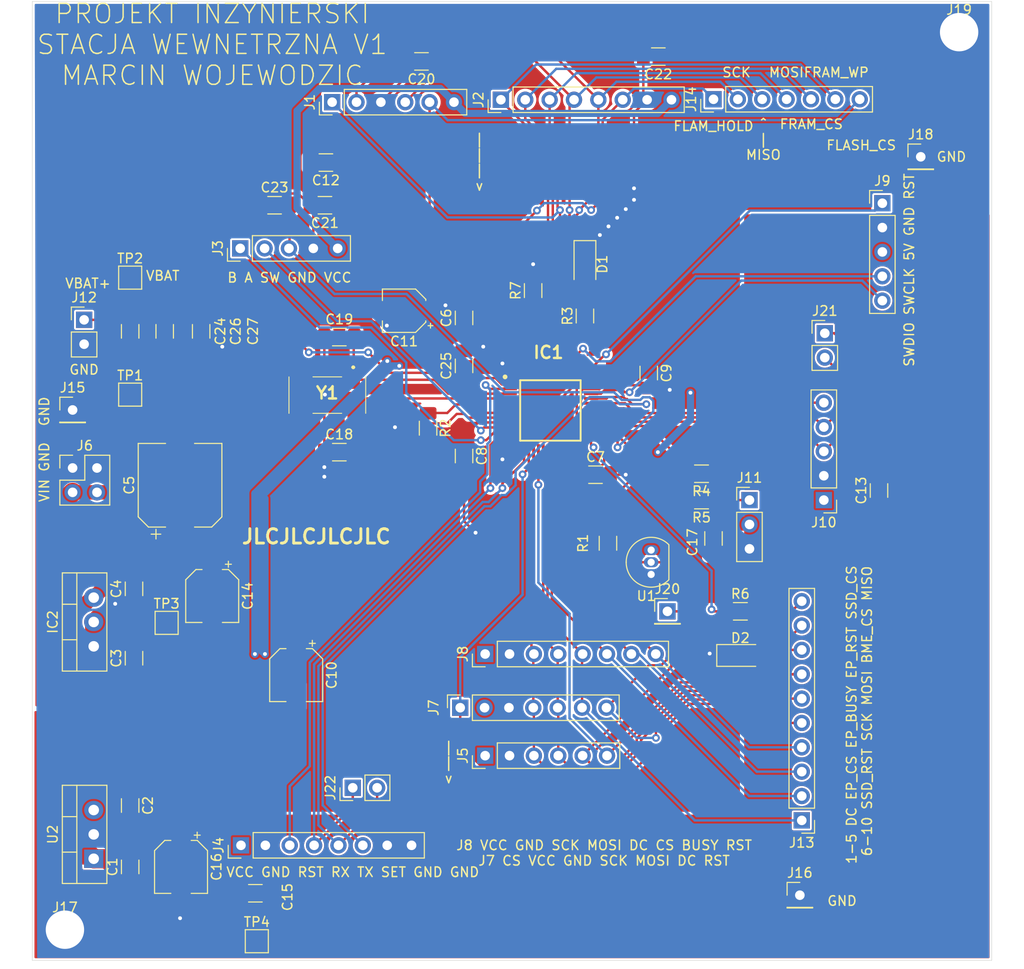
<source format=kicad_pcb>
(kicad_pcb (version 20171130) (host pcbnew "(5.1.12)-1")
  (layers (0 F.Cu signal) (31 B.Cu signal) (34 B.Paste user) (35 F.Paste user) (36 B.SilkS user) (37 F.SilkS user) (38 B.Mask user) (39 F.Mask user) (44 Edge.Cuts user))
  (net 0 "")
  (net 1 "Net-(IC1-Pad44)")
  (net 2 "Net-(IC1-Pad6)")
  (net 3 "Net-(IC1-Pad5)")
  (net 4 GND)
  (net 5 VIN)
  (net 6 VCC_5V)
  (net 7 VCC_3V3)
  (net 8 "Net-(D1-Pad2)")
  (net 9 "Net-(D2-Pad2)")
  (net 10 FLASH_CS)
  (net 11 FRAM_HOLD)
  (net 12 FRAM_WP)
  (net 13 FRAM_CS)
  (net 14 MEMORY_MOSI)
  (net 15 MEMORY_MISO)
  (net 16 MEMORY_SCK)
  (net 17 HEART_BIT_OUTDOOR)
  (net 18 SWCLK)
  (net 19 SWDIO)
  (net 20 PMS3003_SET)
  (net 21 HC12_SET)
  (net 22 HC12_TX)
  (net 23 HC12_RX)
  (net 24 WS_TIM)
  (net 25 DS18B20)
  (net 26 ENCODER_SW)
  (net 27 BME280_CS)
  (net 28 HEART_BIT)
  (net 29 SSD1331_RST)
  (net 30 EPAPIER_RST)
  (net 31 EPAPIER_BUSY)
  (net 32 EPAPIER_CS)
  (net 33 EPAPIER_SSD1331_DC)
  (net 34 SCREEN_BME_MOSI)
  (net 35 SCREEN_BME_MISO)
  (net 36 SCREEN_BME_SCK)
  (net 37 SSD1331_CS)
  (net 38 PMS3003_TX)
  (net 39 PMS3003_RX)
  (net 40 ENCODER_SIB)
  (net 41 ENCODER_SIA)
  (net 42 RESET)
  (net 43 PMS3003_RST)
  (net 44 "Net-(J11-Pad1)")
  (net 45 OSC32_IN)
  (net 46 OSC32_OUT)
  (net 47 "Net-(Y1-Pad2)")
  (net 48 VBAT)
  (module Connector_PinHeader_2.54mm:PinHeader_1x02_P2.54mm_Vertical (layer F.Cu) (at 47.4 177 90)
    (fp_text reference J22 (at 0 -2.33 90) (layer F.SilkS))
    (fp_text value Conn_01x02_Male)
    (pad 2 thru_hole oval (at 0 2.54 90) (size 1.7 1.7) (drill 1) (layers *.Cu *.Mask) (net 38 PMS3003_TX))
    (pad 1 thru_hole rect (at 0 0 90) (size 1.7 1.7) (drill 1) (layers *.Cu *.Mask) (net 39 PMS3003_RX))
  )
  (module Connector_PinHeader_2.54mm:PinHeader_1x02_P2.54mm_Vertical (layer F.Cu) (at 96.6 129.6)
    (fp_text reference J21 (at 0 -2.33) (layer F.SilkS))
    (fp_text value Conn_01x02_Male)
    (pad 2 thru_hole oval (at 0 2.54) (size 1.7 1.7) (drill 1) (layers *.Cu *.Mask) (net 22 HC12_TX))
    (pad 1 thru_hole rect (at 0 0) (size 1.7 1.7) (drill 1) (layers *.Cu *.Mask) (net 23 HC12_RX))
  )
  (module Connector_PinHeader_2.54mm:PinHeader_1x01_P2.54mm_Vertical (layer F.Cu) (at 80.2 158.6)
    (fp_text reference J20 (at 0 -2.33) (layer F.SilkS))
    (fp_text value Conn_01x01_Male)
    (pad 1 thru_hole rect (at 0 0) (size 1.7 1.7) (drill 1) (layers *.Cu *.Mask) (net 25 DS18B20))
  )
  (module Connector_PinHeader_2.54mm:PinHeader_1x01_P2.54mm_Vertical (layer F.Cu) (at 110.6 98.2)
    (fp_text reference J19 (at 0 -2.33) (layer F.SilkS))
    (fp_text value Conn_01x01_Male)
    (pad 1 thru_hole circle (at 0 0) (size 4 4) (drill 4) (layers *.Cu *.Mask) (net 4 GND))
  )
  (module Connector_PinHeader_2.54mm:PinHeader_1x01_P2.54mm_Vertical (layer F.Cu) (at 106.6 111.2)
    (fp_text reference J18 (at 0 -2.33) (layer F.SilkS))
    (fp_text value Conn_01x01_Male)
    (pad 1 thru_hole rect (at 0 0) (size 1.7 1.7) (drill 1) (layers *.Cu *.Mask) (net 4 GND))
  )
  (module TestPoint:TestPoint_Pad_2.0x2.0mm (layer F.Cu) (at 37.4 193)
    (fp_text reference TP4 (at 0 -1.998) (layer F.SilkS))
    (fp_text value TestPoint)
    (pad 1 smd rect (at 0 0) (size 2 2) (layers F.Cu F.Mask) (net 6 VCC_5V))
  )
  (module TestPoint:TestPoint_Pad_2.0x2.0mm (layer F.Cu) (at 28 159.8)
    (fp_text reference TP3 (at 0 -1.998) (layer F.SilkS))
    (fp_text value TestPoint)
    (pad 1 smd rect (at 0 0) (size 2 2) (layers F.Cu F.Mask) (net 7 VCC_3V3))
  )
  (module TestPoint:TestPoint_Pad_2.0x2.0mm (layer F.Cu) (at 24.2 123.8)
    (fp_text reference TP2 (at 0 -1.998) (layer F.SilkS))
    (fp_text value TestPoint)
    (pad 1 smd rect (at 0 0) (size 2 2) (layers F.Cu F.Mask) (net 48 VBAT))
  )
  (module TestPoint:TestPoint_Pad_2.0x2.0mm (layer F.Cu) (at 24.2 136)
    (fp_text reference TP1 (at 0 -1.998) (layer F.SilkS))
    (fp_text value TestPoint)
    (pad 1 smd rect (at 0 0) (size 2 2) (layers F.Cu F.Mask) (net 4 GND))
  )
  (module Connector_PinHeader_2.54mm:PinHeader_1x01_P2.54mm_Vertical (layer F.Cu) (at 17.4 191.8)
    (fp_text reference J17 (at 0 -2.33) (layer F.SilkS))
    (fp_text value Conn_01x01_Male)
    (pad 1 thru_hole circle (at 0 0) (size 4 4) (drill 4) (layers *.Cu *.Mask) (net 4 GND))
  )
  (module Connector_PinHeader_2.54mm:PinHeader_1x01_P2.54mm_Vertical (layer F.Cu) (at 94 188.2)
    (fp_text reference J16 (at 0 -2.33) (layer F.SilkS))
    (fp_text value Conn_01x01_Male)
    (pad 1 thru_hole rect (at 0 0) (size 1.7 1.7) (drill 1) (layers *.Cu *.Mask) (net 4 GND))
  )
  (module Connector_PinHeader_2.54mm:PinHeader_1x01_P2.54mm_Vertical (layer F.Cu) (at 18.2 137.6)
    (fp_text reference J15 (at 0 -2.33) (layer F.SilkS))
    (fp_text value Conn_01x01_Male)
    (pad 1 thru_hole rect (at 0 0) (size 1.7 1.7) (drill 1) (layers *.Cu *.Mask) (net 4 GND))
  )
  (module Connector_PinHeader_2.54mm:PinHeader_1x07_P2.54mm_Vertical (layer F.Cu) (at 85 105.2 90)
    (fp_text reference J14 (at 0 -2.33 90) (layer F.SilkS))
    (fp_text value Conn_01x07_Male)
    (pad 7 thru_hole oval (at 0 15.24 90) (size 1.7 1.7) (drill 1) (layers *.Cu *.Mask) (net 10 FLASH_CS))
    (pad 6 thru_hole oval (at 0 12.7 90) (size 1.7 1.7) (drill 1) (layers *.Cu *.Mask) (net 12 FRAM_WP))
    (pad 5 thru_hole oval (at 0 10.16 90) (size 1.7 1.7) (drill 1) (layers *.Cu *.Mask) (net 13 FRAM_CS))
    (pad 4 thru_hole oval (at 0 7.62 90) (size 1.7 1.7) (drill 1) (layers *.Cu *.Mask) (net 14 MEMORY_MOSI))
    (pad 3 thru_hole oval (at 0 5.08 90) (size 1.7 1.7) (drill 1) (layers *.Cu *.Mask) (net 15 MEMORY_MISO))
    (pad 2 thru_hole oval (at 0 2.54 90) (size 1.7 1.7) (drill 1) (layers *.Cu *.Mask) (net 16 MEMORY_SCK))
    (pad 1 thru_hole rect (at 0 0 90) (size 1.7 1.7) (drill 1) (layers *.Cu *.Mask) (net 11 FRAM_HOLD))
  )
  (module Connector_PinHeader_2.54mm:PinHeader_1x10_P2.54mm_Vertical (layer F.Cu) (at 94.2 180.4 180)
    (fp_text reference J13 (at 0 -2.33) (layer F.SilkS))
    (fp_text value Conn_01x10_Male)
    (pad 10 thru_hole oval (at 0 22.86 180) (size 1.7 1.7) (drill 1) (layers *.Cu *.Mask) (net 35 SCREEN_BME_MISO))
    (pad 9 thru_hole oval (at 0 20.32 180) (size 1.7 1.7) (drill 1) (layers *.Cu *.Mask) (net 27 BME280_CS))
    (pad 8 thru_hole oval (at 0 17.78 180) (size 1.7 1.7) (drill 1) (layers *.Cu *.Mask) (net 34 SCREEN_BME_MOSI))
    (pad 7 thru_hole oval (at 0 15.24 180) (size 1.7 1.7) (drill 1) (layers *.Cu *.Mask) (net 36 SCREEN_BME_SCK))
    (pad 6 thru_hole oval (at 0 12.7 180) (size 1.7 1.7) (drill 1) (layers *.Cu *.Mask) (net 29 SSD1331_RST))
    (pad 5 thru_hole oval (at 0 10.16 180) (size 1.7 1.7) (drill 1) (layers *.Cu *.Mask) (net 37 SSD1331_CS))
    (pad 4 thru_hole oval (at 0 7.62 180) (size 1.7 1.7) (drill 1) (layers *.Cu *.Mask) (net 30 EPAPIER_RST))
    (pad 3 thru_hole oval (at 0 5.08 180) (size 1.7 1.7) (drill 1) (layers *.Cu *.Mask) (net 31 EPAPIER_BUSY))
    (pad 2 thru_hole oval (at 0 2.54 180) (size 1.7 1.7) (drill 1) (layers *.Cu *.Mask) (net 32 EPAPIER_CS))
    (pad 1 thru_hole rect (at 0 0 180) (size 1.7 1.7) (drill 1) (layers *.Cu *.Mask) (net 33 EPAPIER_SSD1331_DC))
  )
  (module Resistor_SMD:R_1206_3216Metric_Pad1.30x1.75mm_HandSolder (layer F.Cu) (at 66.2 125.15 90)
    (fp_text reference R7 (at 0 -1.82 90) (layer F.SilkS))
    (fp_text value 10k)
    (pad 2 smd roundrect (at 1.55 0 90) (size 1.3 1.75) (layers F.Cu F.Paste F.Mask) (roundrect_rratio 0.1923069230769231) (net 4 GND))
    (pad 1 smd roundrect (at -1.55 0 90) (size 1.3 1.75) (layers F.Cu F.Paste F.Mask) (roundrect_rratio 0.1923069230769231) (net 1 "Net-(IC1-Pad44)"))
  )
  (module Capacitor_SMD:C_1206_3216Metric_Pad1.33x1.80mm_HandSolder (layer F.Cu) (at 44.6 111.8 180)
    (fp_text reference C12 (at 0 -1.85) (layer F.SilkS))
    (fp_text value 100n)
    (pad 2 smd roundrect (at 1.5625 0 180) (size 1.325 1.8) (layers F.Cu F.Paste F.Mask) (roundrect_rratio 0.1886777358490566) (net 4 GND))
    (pad 1 smd roundrect (at -1.5625 0 180) (size 1.325 1.8) (layers F.Cu F.Paste F.Mask) (roundrect_rratio 0.1886777358490566) (net 7 VCC_3V3))
  )
  (module Connector_PinHeader_2.54mm:PinHeader_1x02_P2.54mm_Vertical (layer F.Cu) (at 19.4 128.2)
    (fp_text reference J12 (at 0 -2.33) (layer F.SilkS))
    (fp_text value Conn_01x02_Male)
    (pad 2 thru_hole oval (at 0 2.54) (size 1.7 1.7) (drill 1) (layers *.Cu *.Mask) (net 4 GND))
    (pad 1 thru_hole rect (at 0 0) (size 1.7 1.7) (drill 1) (layers *.Cu *.Mask) (net 48 VBAT))
  )
  (module Capacitor_SMD:C_1206_3216Metric_Pad1.33x1.80mm_HandSolder (layer F.Cu) (at 31.6 129.4 270)
    (fp_text reference C27 (at 0 -5.4 90) (layer F.SilkS))
    (fp_text value 100n)
    (pad 2 smd roundrect (at 1.5625 0 270) (size 1.325 1.8) (layers F.Cu F.Paste F.Mask) (roundrect_rratio 0.1886777358490566) (net 4 GND))
    (pad 1 smd roundrect (at -1.5625 0 270) (size 1.325 1.8) (layers F.Cu F.Paste F.Mask) (roundrect_rratio 0.1886777358490566) (net 48 VBAT))
  )
  (module Capacitor_SMD:C_1206_3216Metric_Pad1.33x1.80mm_HandSolder (layer F.Cu) (at 27.8 129.4 270)
    (fp_text reference C26 (at 0 -7.4 90) (layer F.SilkS))
    (fp_text value 100n)
    (pad 2 smd roundrect (at 1.5625 0 270) (size 1.325 1.8) (layers F.Cu F.Paste F.Mask) (roundrect_rratio 0.1886777358490566) (net 4 GND))
    (pad 1 smd roundrect (at -1.5625 0 270) (size 1.325 1.8) (layers F.Cu F.Paste F.Mask) (roundrect_rratio 0.1886777358490566) (net 48 VBAT))
  )
  (module Capacitor_SMD:C_1206_3216Metric_Pad1.33x1.80mm_HandSolder (layer F.Cu) (at 59 133 90)
    (fp_text reference C25 (at 0 -1.85 90) (layer F.SilkS))
    (fp_text value 100n)
    (pad 2 smd roundrect (at 1.5625 0 90) (size 1.325 1.8) (layers F.Cu F.Paste F.Mask) (roundrect_rratio 0.1886777358490566) (net 4 GND))
    (pad 1 smd roundrect (at -1.5625 0 90) (size 1.325 1.8) (layers F.Cu F.Paste F.Mask) (roundrect_rratio 0.1886777358490566) (net 48 VBAT))
  )
  (module Capacitor_SMD:C_1206_3216Metric_Pad1.33x1.80mm_HandSolder (layer F.Cu) (at 24.2 129.4 270)
    (fp_text reference C24 (at 0 -9.4 90) (layer F.SilkS))
    (fp_text value 100n)
    (pad 2 smd roundrect (at 1.5625 0 270) (size 1.325 1.8) (layers F.Cu F.Paste F.Mask) (roundrect_rratio 0.1886777358490566) (net 4 GND))
    (pad 1 smd roundrect (at -1.5625 0 270) (size 1.325 1.8) (layers F.Cu F.Paste F.Mask) (roundrect_rratio 0.1886777358490566) (net 48 VBAT))
  )
  (module Capacitor_SMD:C_1206_3216Metric_Pad1.33x1.80mm_HandSolder (layer F.Cu) (at 39.25 116.25)
    (fp_text reference C23 (at 0 -1.85) (layer F.SilkS))
    (fp_text value 100n)
    (pad 2 smd roundrect (at 1.5625 0) (size 1.325 1.8) (layers F.Cu F.Paste F.Mask) (roundrect_rratio 0.1886777358490566) (net 26 ENCODER_SW))
    (pad 1 smd roundrect (at -1.5625 0) (size 1.325 1.8) (layers F.Cu F.Paste F.Mask) (roundrect_rratio 0.1886777358490566) (net 4 GND))
  )
  (module Capacitor_SMD:C_1206_3216Metric_Pad1.33x1.80mm_HandSolder (layer F.Cu) (at 79.25 100.75 180)
    (fp_text reference C22 (at 0 -1.85) (layer F.SilkS))
    (fp_text value 100n)
    (pad 2 smd roundrect (at 1.5625 0 180) (size 1.325 1.8) (layers F.Cu F.Paste F.Mask) (roundrect_rratio 0.1886777358490566) (net 4 GND))
    (pad 1 smd roundrect (at -1.5625 0 180) (size 1.325 1.8) (layers F.Cu F.Paste F.Mask) (roundrect_rratio 0.1886777358490566) (net 7 VCC_3V3))
  )
  (module Capacitor_SMD:C_1206_3216Metric_Pad1.33x1.80mm_HandSolder (layer F.Cu) (at 44.5 116.25 180)
    (fp_text reference C21 (at 0 -1.85) (layer F.SilkS))
    (fp_text value 100n)
    (pad 2 smd roundrect (at 1.5625 0 180) (size 1.325 1.8) (layers F.Cu F.Paste F.Mask) (roundrect_rratio 0.1886777358490566) (net 4 GND))
    (pad 1 smd roundrect (at -1.5625 0 180) (size 1.325 1.8) (layers F.Cu F.Paste F.Mask) (roundrect_rratio 0.1886777358490566) (net 7 VCC_3V3))
  )
  (module Capacitor_SMD:C_1206_3216Metric_Pad1.33x1.80mm_HandSolder (layer F.Cu) (at 54.5625 101.25 180)
    (fp_text reference C20 (at 0 -1.85) (layer F.SilkS))
    (fp_text value 100n)
    (pad 2 smd roundrect (at 1.5625 0 180) (size 1.325 1.8) (layers F.Cu F.Paste F.Mask) (roundrect_rratio 0.1886777358490566) (net 4 GND))
    (pad 1 smd roundrect (at -1.5625 0 180) (size 1.325 1.8) (layers F.Cu F.Paste F.Mask) (roundrect_rratio 0.1886777358490566) (net 7 VCC_3V3))
  )
  (module Projekt:ABS2532768KHZT (layer F.Cu) (at 44.75 135.5 180)
    (fp_text reference Y1 (at 0 -0.325) (layer F.SilkS) (effects (font (size 1.27 1.27) (thickness 0.254))))
    (fp_text value ABS25-32.768KHZ-6-T hide)
    (pad 4 smd rect (at -2.75 -2.15 180) (size 1.3 1.9) (layers F.Cu F.Paste F.Mask) (net 46 OSC32_OUT))
    (pad 3 smd rect (at 2.75 -2.15 180) (size 1.3 1.9) (layers F.Cu F.Paste F.Mask) (net 47 "Net-(Y1-Pad2)"))
    (pad 2 smd rect (at 2.75 1.05 180) (size 1.3 1.9) (layers F.Cu F.Paste F.Mask) (net 47 "Net-(Y1-Pad2)"))
    (pad 1 smd rect (at -2.75 1.05 180) (size 1.3 1.9) (layers F.Cu F.Paste F.Mask) (net 45 OSC32_IN))
  )
  (module Capacitor_SMD:C_1206_3216Metric_Pad1.33x1.80mm_HandSolder (layer F.Cu) (at 46 130)
    (fp_text reference C19 (at 0 -1.85) (layer F.SilkS))
    (fp_text value 4,7p)
    (pad 2 smd roundrect (at 1.5625 0) (size 1.325 1.8) (layers F.Cu F.Paste F.Mask) (roundrect_rratio 0.1886777358490566) (net 45 OSC32_IN))
    (pad 1 smd roundrect (at -1.5625 0) (size 1.325 1.8) (layers F.Cu F.Paste F.Mask) (roundrect_rratio 0.1886777358490566) (net 4 GND))
  )
  (module Capacitor_SMD:C_1206_3216Metric_Pad1.33x1.80mm_HandSolder (layer F.Cu) (at 46 142)
    (fp_text reference C18 (at 0 -1.85) (layer F.SilkS))
    (fp_text value 4,7p)
    (pad 2 smd roundrect (at 1.5625 0) (size 1.325 1.8) (layers F.Cu F.Paste F.Mask) (roundrect_rratio 0.1886777358490566) (net 46 OSC32_OUT))
    (pad 1 smd roundrect (at -1.5625 0) (size 1.325 1.8) (layers F.Cu F.Paste F.Mask) (roundrect_rratio 0.1886777358490566) (net 4 GND))
  )
  (module Package_TO_SOT_THT:TO-220-3_Vertical (layer F.Cu) (at 20.4 184.4 90)
    (fp_text reference U2 (at 2.54 -4.27 90) (layer F.SilkS))
    (fp_text value L7805)
    (pad 3 thru_hole oval (at 5.08 0 90) (size 1.905 2) (drill 1.1) (layers *.Cu *.Mask) (net 6 VCC_5V))
    (pad 2 thru_hole oval (at 2.54 0 90) (size 1.905 2) (drill 1.1) (layers *.Cu *.Mask) (net 4 GND))
    (pad 1 thru_hole rect (at 0 0 90) (size 1.905 2) (drill 1.1) (layers *.Cu *.Mask) (net 5 VIN))
  )
  (module Package_TO_SOT_THT:TO-92_Inline (layer F.Cu) (at 78.5 154.75 90)
    (fp_text reference U1 (at -2.25 -0.5 180) (layer F.SilkS))
    (fp_text value DS18B20)
    (pad 1 thru_hole rect (at 0 0 90) (size 1.05 1.5) (drill 0.75) (layers *.Cu *.Mask) (net 4 GND))
    (pad 3 thru_hole oval (at 2.54 0 90) (size 1.05 1.5) (drill 0.75) (layers *.Cu *.Mask) (net 7 VCC_3V3))
    (pad 2 thru_hole oval (at 1.27 0 90) (size 1.05 1.5) (drill 0.75) (layers *.Cu *.Mask) (net 25 DS18B20))
  )
  (module Resistor_SMD:R_1206_3216Metric_Pad1.30x1.75mm_HandSolder (layer F.Cu) (at 87.8 158.6)
    (fp_text reference R6 (at 0 -1.82) (layer F.SilkS))
    (fp_text value 360)
    (pad 2 smd roundrect (at 1.55 0) (size 1.3 1.75) (layers F.Cu F.Paste F.Mask) (roundrect_rratio 0.1923069230769231) (net 9 "Net-(D2-Pad2)"))
    (pad 1 smd roundrect (at -1.55 0) (size 1.3 1.75) (layers F.Cu F.Paste F.Mask) (roundrect_rratio 0.1923069230769231) (net 28 HEART_BIT))
  )
  (module Resistor_SMD:R_1206_3216Metric_Pad1.30x1.75mm_HandSolder (layer F.Cu) (at 83.75 147 180)
    (fp_text reference R5 (at 0 -1.82) (layer F.SilkS))
    (fp_text value 1k)
    (pad 2 smd roundrect (at 1.55 0 180) (size 1.3 1.75) (layers F.Cu F.Paste F.Mask) (roundrect_rratio 0.1923069230769231) (net 24 WS_TIM))
    (pad 1 smd roundrect (at -1.55 0 180) (size 1.3 1.75) (layers F.Cu F.Paste F.Mask) (roundrect_rratio 0.1923069230769231) (net 44 "Net-(J11-Pad1)"))
  )
  (module Resistor_SMD:R_1206_3216Metric_Pad1.30x1.75mm_HandSolder (layer F.Cu) (at 83.75 144.25 180)
    (fp_text reference R4 (at 0 -1.82) (layer F.SilkS))
    (fp_text value 1k)
    (pad 2 smd roundrect (at 1.55 0 180) (size 1.3 1.75) (layers F.Cu F.Paste F.Mask) (roundrect_rratio 0.1923069230769231) (net 24 WS_TIM))
    (pad 1 smd roundrect (at -1.55 0 180) (size 1.3 1.75) (layers F.Cu F.Paste F.Mask) (roundrect_rratio 0.1923069230769231) (net 44 "Net-(J11-Pad1)"))
  )
  (module Resistor_SMD:R_1206_3216Metric_Pad1.30x1.75mm_HandSolder (layer F.Cu) (at 71.6 127.8 90)
    (fp_text reference R3 (at 0 -1.82 90) (layer F.SilkS))
    (fp_text value 360)
    (pad 2 smd roundrect (at 1.55 0 90) (size 1.3 1.75) (layers F.Cu F.Paste F.Mask) (roundrect_rratio 0.1923069230769231) (net 8 "Net-(D1-Pad2)"))
    (pad 1 smd roundrect (at -1.55 0 90) (size 1.3 1.75) (layers F.Cu F.Paste F.Mask) (roundrect_rratio 0.1923069230769231) (net 17 HEART_BIT_OUTDOOR))
  )
  (module Resistor_SMD:R_1206_3216Metric_Pad1.30x1.75mm_HandSolder (layer F.Cu) (at 55.25 139.5 270)
    (fp_text reference R2 (at 0 -1.82 90) (layer F.SilkS))
    (fp_text value 10k)
    (pad 2 smd roundrect (at 1.55 0 270) (size 1.3 1.75) (layers F.Cu F.Paste F.Mask) (roundrect_rratio 0.1923069230769231) (net 7 VCC_3V3))
    (pad 1 smd roundrect (at -1.55 0 270) (size 1.3 1.75) (layers F.Cu F.Paste F.Mask) (roundrect_rratio 0.1923069230769231) (net 42 RESET))
  )
  (module Resistor_SMD:R_1206_3216Metric_Pad1.30x1.75mm_HandSolder (layer F.Cu) (at 74 151.5 270)
    (fp_text reference R1 (at 0 2.6 90) (layer F.SilkS))
    (fp_text value 4,7k)
    (pad 2 smd roundrect (at 1.55 0 270) (size 1.3 1.75) (layers F.Cu F.Paste F.Mask) (roundrect_rratio 0.1923069230769231) (net 25 DS18B20))
    (pad 1 smd roundrect (at -1.55 0 270) (size 1.3 1.75) (layers F.Cu F.Paste F.Mask) (roundrect_rratio 0.1923069230769231) (net 7 VCC_3V3))
  )
  (module Connector_PinHeader_2.54mm:PinHeader_1x03_P2.54mm_Vertical (layer F.Cu) (at 88.75 147)
    (fp_text reference J11 (at 0 -2.33) (layer F.SilkS))
    (fp_text value WS2812)
    (pad 3 thru_hole oval (at 0 5.08) (size 1.7 1.7) (drill 1) (layers *.Cu *.Mask) (net 4 GND))
    (pad 2 thru_hole oval (at 0 2.54) (size 1.7 1.7) (drill 1) (layers *.Cu *.Mask) (net 6 VCC_5V))
    (pad 1 thru_hole rect (at 0 0) (size 1.7 1.7) (drill 1) (layers *.Cu *.Mask) (net 44 "Net-(J11-Pad1)"))
  )
  (module Connector_PinHeader_2.54mm:PinHeader_1x05_P2.54mm_Vertical (layer F.Cu) (at 96.5 147 180)
    (fp_text reference J10 (at 0 -2.33) (layer F.SilkS))
    (fp_text value HC12)
    (pad 5 thru_hole oval (at 0 10.16 180) (size 1.7 1.7) (drill 1) (layers *.Cu *.Mask) (net 21 HC12_SET))
    (pad 4 thru_hole oval (at 0 7.62 180) (size 1.7 1.7) (drill 1) (layers *.Cu *.Mask) (net 22 HC12_TX))
    (pad 3 thru_hole oval (at 0 5.08 180) (size 1.7 1.7) (drill 1) (layers *.Cu *.Mask) (net 23 HC12_RX))
    (pad 2 thru_hole oval (at 0 2.54 180) (size 1.7 1.7) (drill 1) (layers *.Cu *.Mask) (net 4 GND))
    (pad 1 thru_hole rect (at 0 0 180) (size 1.7 1.7) (drill 1) (layers *.Cu *.Mask) (net 6 VCC_5V))
  )
  (module Connector_PinHeader_2.54mm:PinHeader_1x05_P2.54mm_Vertical (layer F.Cu) (at 102.6 116.04)
    (fp_text reference J9 (at 0 -2.33) (layer F.SilkS))
    (fp_text value PROGRAM)
    (pad 5 thru_hole oval (at 0 10.16) (size 1.7 1.7) (drill 1) (layers *.Cu *.Mask) (net 19 SWDIO))
    (pad 4 thru_hole oval (at 0 7.62) (size 1.7 1.7) (drill 1) (layers *.Cu *.Mask) (net 18 SWCLK))
    (pad 3 thru_hole oval (at 0 5.08) (size 1.7 1.7) (drill 1) (layers *.Cu *.Mask) (net 6 VCC_5V))
    (pad 2 thru_hole oval (at 0 2.54) (size 1.7 1.7) (drill 1) (layers *.Cu *.Mask) (net 4 GND))
    (pad 1 thru_hole rect (at 0 0) (size 1.7 1.7) (drill 1) (layers *.Cu *.Mask) (net 42 RESET))
  )
  (module Connector_PinHeader_2.54mm:PinHeader_1x08_P2.54mm_Vertical (layer F.Cu) (at 61.2 163.05 90)
    (fp_text reference J8 (at 0 -2.33 90) (layer F.SilkS))
    (fp_text value EPAPIER)
    (pad 8 thru_hole oval (at 0 17.78 90) (size 1.7 1.7) (drill 1) (layers *.Cu *.Mask) (net 30 EPAPIER_RST))
    (pad 7 thru_hole oval (at 0 15.24 90) (size 1.7 1.7) (drill 1) (layers *.Cu *.Mask) (net 31 EPAPIER_BUSY))
    (pad 6 thru_hole oval (at 0 12.7 90) (size 1.7 1.7) (drill 1) (layers *.Cu *.Mask) (net 32 EPAPIER_CS))
    (pad 5 thru_hole oval (at 0 10.16 90) (size 1.7 1.7) (drill 1) (layers *.Cu *.Mask) (net 33 EPAPIER_SSD1331_DC))
    (pad 4 thru_hole oval (at 0 7.62 90) (size 1.7 1.7) (drill 1) (layers *.Cu *.Mask) (net 34 SCREEN_BME_MOSI))
    (pad 3 thru_hole oval (at 0 5.08 90) (size 1.7 1.7) (drill 1) (layers *.Cu *.Mask) (net 36 SCREEN_BME_SCK))
    (pad 2 thru_hole oval (at 0 2.54 90) (size 1.7 1.7) (drill 1) (layers *.Cu *.Mask) (net 4 GND))
    (pad 1 thru_hole rect (at 0 0 90) (size 1.7 1.7) (drill 1) (layers *.Cu *.Mask) (net 7 VCC_3V3))
  )
  (module Connector_PinSocket_2.54mm:PinSocket_1x07_P2.54mm_Vertical (layer F.Cu) (at 58.6 168.65 90)
    (fp_text reference J7 (at 0 -2.77 90) (layer F.SilkS))
    (fp_text value SSD1306)
    (pad 7 thru_hole oval (at 0 15.24 90) (size 1.7 1.7) (drill 1) (layers *.Cu *.Mask) (net 29 SSD1331_RST))
    (pad 6 thru_hole oval (at 0 12.7 90) (size 1.7 1.7) (drill 1) (layers *.Cu *.Mask) (net 33 EPAPIER_SSD1331_DC))
    (pad 5 thru_hole oval (at 0 10.16 90) (size 1.7 1.7) (drill 1) (layers *.Cu *.Mask) (net 34 SCREEN_BME_MOSI))
    (pad 4 thru_hole oval (at 0 7.62 90) (size 1.7 1.7) (drill 1) (layers *.Cu *.Mask) (net 36 SCREEN_BME_SCK))
    (pad 3 thru_hole oval (at 0 5.08 90) (size 1.7 1.7) (drill 1) (layers *.Cu *.Mask) (net 4 GND))
    (pad 2 thru_hole oval (at 0 2.54 90) (size 1.7 1.7) (drill 1) (layers *.Cu *.Mask) (net 7 VCC_3V3))
    (pad 1 thru_hole rect (at 0 0 90) (size 1.7 1.7) (drill 1) (layers *.Cu *.Mask) (net 37 SSD1331_CS))
  )
  (module Connector_PinHeader_2.54mm:PinHeader_2x02_P2.54mm_Vertical (layer F.Cu) (at 18.2 143.65)
    (fp_text reference J6 (at 1.27 -2.33) (layer F.SilkS))
    (fp_text value DC_IN)
    (pad 4 thru_hole oval (at 2.54 2.54) (size 1.7 1.7) (drill 1) (layers *.Cu *.Mask) (net 5 VIN))
    (pad 3 thru_hole oval (at 0 2.54) (size 1.7 1.7) (drill 1) (layers *.Cu *.Mask) (net 5 VIN))
    (pad 2 thru_hole oval (at 2.54 0) (size 1.7 1.7) (drill 1) (layers *.Cu *.Mask) (net 4 GND))
    (pad 1 thru_hole rect (at 0 0) (size 1.7 1.7) (drill 1) (layers *.Cu *.Mask) (net 4 GND))
  )
  (module Connector_PinHeader_2.54mm:PinHeader_1x06_P2.54mm_Vertical (layer F.Cu) (at 61.2 173.65 90)
    (fp_text reference J5 (at 0 -2.33 90) (layer F.SilkS))
    (fp_text value BME280)
    (pad 6 thru_hole oval (at 0 12.7 90) (size 1.7 1.7) (drill 1) (layers *.Cu *.Mask) (net 35 SCREEN_BME_MISO))
    (pad 5 thru_hole oval (at 0 10.16 90) (size 1.7 1.7) (drill 1) (layers *.Cu *.Mask) (net 27 BME280_CS))
    (pad 4 thru_hole oval (at 0 7.62 90) (size 1.7 1.7) (drill 1) (layers *.Cu *.Mask) (net 34 SCREEN_BME_MOSI))
    (pad 3 thru_hole oval (at 0 5.08 90) (size 1.7 1.7) (drill 1) (layers *.Cu *.Mask) (net 36 SCREEN_BME_SCK))
    (pad 2 thru_hole oval (at 0 2.54 90) (size 1.7 1.7) (drill 1) (layers *.Cu *.Mask) (net 4 GND))
    (pad 1 thru_hole rect (at 0 0 90) (size 1.7 1.7) (drill 1) (layers *.Cu *.Mask) (net 7 VCC_3V3))
  )
  (module Connector_PinHeader_2.54mm:PinHeader_1x08_P2.54mm_Vertical (layer F.Cu) (at 35.75 183 90)
    (fp_text reference J4 (at 0 -2.33 90) (layer F.SilkS))
    (fp_text value PMS3003)
    (pad 8 thru_hole oval (at 0 17.78 90) (size 1.7 1.7) (drill 1) (layers *.Cu *.Mask) (net 4 GND))
    (pad 7 thru_hole oval (at 0 15.24 90) (size 1.7 1.7) (drill 1) (layers *.Cu *.Mask) (net 4 GND))
    (pad 6 thru_hole oval (at 0 12.7 90) (size 1.7 1.7) (drill 1) (layers *.Cu *.Mask) (net 20 PMS3003_SET))
    (pad 5 thru_hole oval (at 0 10.16 90) (size 1.7 1.7) (drill 1) (layers *.Cu *.Mask) (net 38 PMS3003_TX))
    (pad 4 thru_hole oval (at 0 7.62 90) (size 1.7 1.7) (drill 1) (layers *.Cu *.Mask) (net 39 PMS3003_RX))
    (pad 3 thru_hole oval (at 0 5.08 90) (size 1.7 1.7) (drill 1) (layers *.Cu *.Mask) (net 43 PMS3003_RST))
    (pad 2 thru_hole oval (at 0 2.54 90) (size 1.7 1.7) (drill 1) (layers *.Cu *.Mask) (net 4 GND))
    (pad 1 thru_hole rect (at 0 0 90) (size 1.7 1.7) (drill 1) (layers *.Cu *.Mask) (net 6 VCC_5V))
  )
  (module Connector_PinHeader_2.54mm:PinHeader_1x05_P2.54mm_Vertical (layer F.Cu) (at 35.67 120.75 90)
    (fp_text reference J3 (at 0 -2.33 90) (layer F.SilkS))
    (fp_text value ENCODER)
    (pad 5 thru_hole oval (at 0 10.16 90) (size 1.7 1.7) (drill 1) (layers *.Cu *.Mask) (net 7 VCC_3V3))
    (pad 4 thru_hole oval (at 0 7.62 90) (size 1.7 1.7) (drill 1) (layers *.Cu *.Mask) (net 4 GND))
    (pad 3 thru_hole oval (at 0 5.08 90) (size 1.7 1.7) (drill 1) (layers *.Cu *.Mask) (net 26 ENCODER_SW))
    (pad 2 thru_hole oval (at 0 2.54 90) (size 1.7 1.7) (drill 1) (layers *.Cu *.Mask) (net 41 ENCODER_SIA))
    (pad 1 thru_hole rect (at 0 0 90) (size 1.7 1.7) (drill 1) (layers *.Cu *.Mask) (net 40 ENCODER_SIB))
  )
  (module Connector_PinHeader_2.54mm:PinHeader_1x08_P2.54mm_Vertical (layer F.Cu) (at 62.84 105.25 90)
    (fp_text reference J2 (at 0 -2.33 90) (layer F.SilkS))
    (fp_text value FRAM_MEMORY)
    (pad 8 thru_hole oval (at 0 17.78 90) (size 1.7 1.7) (drill 1) (layers *.Cu *.Mask) (net 7 VCC_3V3))
    (pad 7 thru_hole oval (at 0 15.24 90) (size 1.7 1.7) (drill 1) (layers *.Cu *.Mask) (net 4 GND))
    (pad 6 thru_hole oval (at 0 12.7 90) (size 1.7 1.7) (drill 1) (layers *.Cu *.Mask) (net 11 FRAM_HOLD))
    (pad 5 thru_hole oval (at 0 10.16 90) (size 1.7 1.7) (drill 1) (layers *.Cu *.Mask) (net 16 MEMORY_SCK))
    (pad 4 thru_hole oval (at 0 7.62 90) (size 1.7 1.7) (drill 1) (layers *.Cu *.Mask) (net 15 MEMORY_MISO))
    (pad 3 thru_hole oval (at 0 5.08 90) (size 1.7 1.7) (drill 1) (layers *.Cu *.Mask) (net 14 MEMORY_MOSI))
    (pad 2 thru_hole oval (at 0 2.54 90) (size 1.7 1.7) (drill 1) (layers *.Cu *.Mask) (net 13 FRAM_CS))
    (pad 1 thru_hole rect (at 0 0 90) (size 1.7 1.7) (drill 1) (layers *.Cu *.Mask) (net 12 FRAM_WP))
  )
  (module Connector_PinHeader_2.54mm:PinHeader_1x06_P2.54mm_Vertical (layer F.Cu) (at 45.25 105.5 90)
    (fp_text reference J1 (at 0 -2.33 90) (layer F.SilkS))
    (fp_text value FLASH)
    (pad 6 thru_hole oval (at 0 12.7 90) (size 1.7 1.7) (drill 1) (layers *.Cu *.Mask) (net 7 VCC_3V3))
    (pad 5 thru_hole oval (at 0 10.16 90) (size 1.7 1.7) (drill 1) (layers *.Cu *.Mask) (net 10 FLASH_CS))
    (pad 4 thru_hole oval (at 0 7.62 90) (size 1.7 1.7) (drill 1) (layers *.Cu *.Mask) (net 15 MEMORY_MISO))
    (pad 3 thru_hole oval (at 0 5.08 90) (size 1.7 1.7) (drill 1) (layers *.Cu *.Mask) (net 4 GND))
    (pad 2 thru_hole oval (at 0 2.54 90) (size 1.7 1.7) (drill 1) (layers *.Cu *.Mask) (net 16 MEMORY_SCK))
    (pad 1 thru_hole rect (at 0 0 90) (size 1.7 1.7) (drill 1) (layers *.Cu *.Mask) (net 14 MEMORY_MOSI))
  )
  (module Package_TO_SOT_THT:TO-220-3_Vertical (layer F.Cu) (at 20.4 162.25 90)
    (fp_text reference IC2 (at 2.54 -4.27 90) (layer F.SilkS))
    (fp_text value LD1117V33)
    (pad 3 thru_hole oval (at 5.08 0 90) (size 1.905 2) (drill 1.1) (layers *.Cu *.Mask) (net 6 VCC_5V))
    (pad 2 thru_hole oval (at 2.54 0 90) (size 1.905 2) (drill 1.1) (layers *.Cu *.Mask) (net 7 VCC_3V3))
    (pad 1 thru_hole rect (at 0 0 90) (size 1.905 2) (drill 1.1) (layers *.Cu *.Mask) (net 4 GND))
  )
  (module Projekt:QFP50P900X900X160-48N (layer F.Cu) (at 68 137.65)
    (fp_text reference IC1 (at -0.2 -6.05) (layer F.SilkS) (effects (font (size 1.27 1.27) (thickness 0.254))))
    (fp_text value STM32L4Q5CGT6 hide)
    (pad 48 smd rect (at -2.75 -4.238) (size 0.3 1.475) (layers F.Cu F.Paste F.Mask) (net 7 VCC_3V3))
    (pad 47 smd rect (at -2.25 -4.238) (size 0.3 1.475) (layers F.Cu F.Paste F.Mask) (net 4 GND))
    (pad 46 smd rect (at -1.75 -4.238) (size 0.3 1.475) (layers F.Cu F.Paste F.Mask) (net 10 FLASH_CS))
    (pad 45 smd rect (at -1.25 -4.238) (size 0.3 1.475) (layers F.Cu F.Paste F.Mask) (net 11 FRAM_HOLD))
    (pad 44 smd rect (at -0.75 -4.238) (size 0.3 1.475) (layers F.Cu F.Paste F.Mask) (net 1 "Net-(IC1-Pad44)"))
    (pad 43 smd rect (at -0.25 -4.238) (size 0.3 1.475) (layers F.Cu F.Paste F.Mask) (net 12 FRAM_WP))
    (pad 42 smd rect (at 0.25 -4.238) (size 0.3 1.475) (layers F.Cu F.Paste F.Mask) (net 13 FRAM_CS))
    (pad 41 smd rect (at 0.75 -4.238) (size 0.3 1.475) (layers F.Cu F.Paste F.Mask) (net 14 MEMORY_MOSI))
    (pad 40 smd rect (at 1.25 -4.238) (size 0.3 1.475) (layers F.Cu F.Paste F.Mask) (net 15 MEMORY_MISO))
    (pad 39 smd rect (at 1.75 -4.238) (size 0.3 1.475) (layers F.Cu F.Paste F.Mask) (net 16 MEMORY_SCK))
    (pad 38 smd rect (at 2.25 -4.238) (size 0.3 1.475) (layers F.Cu F.Paste F.Mask) (net 17 HEART_BIT_OUTDOOR))
    (pad 37 smd rect (at 2.75 -4.238) (size 0.3 1.475) (layers F.Cu F.Paste F.Mask) (net 18 SWCLK))
    (pad 36 smd rect (at 4.238 -2.75 90) (size 0.3 1.475) (layers F.Cu F.Paste F.Mask) (net 7 VCC_3V3))
    (pad 35 smd rect (at 4.238 -2.25 90) (size 0.3 1.475) (layers F.Cu F.Paste F.Mask) (net 4 GND))
    (pad 34 smd rect (at 4.238 -1.75 90) (size 0.3 1.475) (layers F.Cu F.Paste F.Mask) (net 19 SWDIO))
    (pad 33 smd rect (at 4.238 -1.25 90) (size 0.3 1.475) (layers F.Cu F.Paste F.Mask) (net 20 PMS3003_SET))
    (pad 32 smd rect (at 4.238 -0.75 90) (size 0.3 1.475) (layers F.Cu F.Paste F.Mask) (net 21 HC12_SET))
    (pad 31 smd rect (at 4.238 -0.25 90) (size 0.3 1.475) (layers F.Cu F.Paste F.Mask) (net 22 HC12_TX))
    (pad 30 smd rect (at 4.238 0.25 90) (size 0.3 1.475) (layers F.Cu F.Paste F.Mask) (net 23 HC12_RX))
    (pad 29 smd rect (at 4.238 0.75 90) (size 0.3 1.475) (layers F.Cu F.Paste F.Mask) (net 24 WS_TIM))
    (pad 28 smd rect (at 4.238 1.25 90) (size 0.3 1.475) (layers F.Cu F.Paste F.Mask) (net 25 DS18B20))
    (pad 27 smd rect (at 4.238 1.75 90) (size 0.3 1.475) (layers F.Cu F.Paste F.Mask) (net 26 ENCODER_SW))
    (pad 26 smd rect (at 4.238 2.25 90) (size 0.3 1.475) (layers F.Cu F.Paste F.Mask) (net 27 BME280_CS))
    (pad 25 smd rect (at 4.238 2.75 90) (size 0.3 1.475) (layers F.Cu F.Paste F.Mask) (net 28 HEART_BIT))
    (pad 24 smd rect (at 2.75 4.238) (size 0.3 1.475) (layers F.Cu F.Paste F.Mask) (net 7 VCC_3V3))
    (pad 23 smd rect (at 2.25 4.238) (size 0.3 1.475) (layers F.Cu F.Paste F.Mask) (net 4 GND))
    (pad 22 smd rect (at 1.75 4.238) (size 0.3 1.475) (layers F.Cu F.Paste F.Mask) (net 29 SSD1331_RST))
    (pad 21 smd rect (at 1.25 4.238) (size 0.3 1.475) (layers F.Cu F.Paste F.Mask) (net 30 EPAPIER_RST))
    (pad 20 smd rect (at 0.75 4.238) (size 0.3 1.475) (layers F.Cu F.Paste F.Mask) (net 31 EPAPIER_BUSY))
    (pad 19 smd rect (at 0.25 4.238) (size 0.3 1.475) (layers F.Cu F.Paste F.Mask) (net 32 EPAPIER_CS))
    (pad 18 smd rect (at -0.25 4.238) (size 0.3 1.475) (layers F.Cu F.Paste F.Mask) (net 33 EPAPIER_SSD1331_DC))
    (pad 17 smd rect (at -0.75 4.238) (size 0.3 1.475) (layers F.Cu F.Paste F.Mask) (net 34 SCREEN_BME_MOSI))
    (pad 16 smd rect (at -1.25 4.238) (size 0.3 1.475) (layers F.Cu F.Paste F.Mask) (net 35 SCREEN_BME_MISO))
    (pad 15 smd rect (at -1.75 4.238) (size 0.3 1.475) (layers F.Cu F.Paste F.Mask) (net 36 SCREEN_BME_SCK))
    (pad 14 smd rect (at -2.25 4.238) (size 0.3 1.475) (layers F.Cu F.Paste F.Mask) (net 37 SSD1331_CS))
    (pad 13 smd rect (at -2.75 4.238) (size 0.3 1.475) (layers F.Cu F.Paste F.Mask) (net 38 PMS3003_TX))
    (pad 12 smd rect (at -4.238 2.75 90) (size 0.3 1.475) (layers F.Cu F.Paste F.Mask) (net 39 PMS3003_RX))
    (pad 11 smd rect (at -4.238 2.25 90) (size 0.3 1.475) (layers F.Cu F.Paste F.Mask) (net 40 ENCODER_SIB))
    (pad 10 smd rect (at -4.238 1.75 90) (size 0.3 1.475) (layers F.Cu F.Paste F.Mask) (net 41 ENCODER_SIA))
    (pad 9 smd rect (at -4.238 1.25 90) (size 0.3 1.475) (layers F.Cu F.Paste F.Mask) (net 7 VCC_3V3))
    (pad 8 smd rect (at -4.238 0.75 90) (size 0.3 1.475) (layers F.Cu F.Paste F.Mask) (net 4 GND))
    (pad 7 smd rect (at -4.238 0.25 90) (size 0.3 1.475) (layers F.Cu F.Paste F.Mask) (net 42 RESET))
    (pad 6 smd rect (at -4.238 -0.25 90) (size 0.3 1.475) (layers F.Cu F.Paste F.Mask) (net 2 "Net-(IC1-Pad6)"))
    (pad 5 smd rect (at -4.238 -0.75 90) (size 0.3 1.475) (layers F.Cu F.Paste F.Mask) (net 3 "Net-(IC1-Pad5)"))
    (pad 4 smd rect (at -4.238 -1.25 90) (size 0.3 1.475) (layers F.Cu F.Paste F.Mask) (net 46 OSC32_OUT))
    (pad 3 smd rect (at -4.238 -1.75 90) (size 0.3 1.475) (layers F.Cu F.Paste F.Mask) (net 45 OSC32_IN))
    (pad 2 smd rect (at -4.238 -2.25 90) (size 0.3 1.475) (layers F.Cu F.Paste F.Mask) (net 43 PMS3003_RST))
    (pad 1 smd rect (at -4.238 -2.75 90) (size 0.3 1.475) (layers F.Cu F.Paste F.Mask) (net 48 VBAT))
  )
  (module LED_SMD:LED_1206_3216Metric_Pad1.42x1.75mm_HandSolder (layer F.Cu) (at 87.8 163.2)
    (fp_text reference D2 (at 0 -1.82) (layer F.SilkS))
    (fp_text value GREEN)
    (pad 2 smd roundrect (at 1.4875 0) (size 1.425 1.75) (layers F.Cu F.Paste F.Mask) (roundrect_rratio 0.1754385964912281) (net 9 "Net-(D2-Pad2)"))
    (pad 1 smd roundrect (at -1.4875 0) (size 1.425 1.75) (layers F.Cu F.Paste F.Mask) (roundrect_rratio 0.1754385964912281) (net 4 GND))
  )
  (module LED_SMD:LED_1206_3216Metric_Pad1.42x1.75mm_HandSolder (layer F.Cu) (at 71.6 122.4 270)
    (fp_text reference D1 (at 0 -1.82 90) (layer F.SilkS))
    (fp_text value LED)
    (pad 2 smd roundrect (at 1.4875 0 270) (size 1.425 1.75) (layers F.Cu F.Paste F.Mask) (roundrect_rratio 0.1754385964912281) (net 8 "Net-(D1-Pad2)"))
    (pad 1 smd roundrect (at -1.4875 0 270) (size 1.425 1.75) (layers F.Cu F.Paste F.Mask) (roundrect_rratio 0.1754385964912281) (net 4 GND))
  )
  (module Capacitor_SMD:C_1206_3216Metric_Pad1.33x1.80mm_HandSolder (layer F.Cu) (at 85 151 270)
    (fp_text reference C17 (at 0.4 2.2 90) (layer F.SilkS))
    (fp_text value 100n)
    (pad 2 smd roundrect (at 1.5625 0 270) (size 1.325 1.8) (layers F.Cu F.Paste F.Mask) (roundrect_rratio 0.1886777358490566) (net 4 GND))
    (pad 1 smd roundrect (at -1.5625 0 270) (size 1.325 1.8) (layers F.Cu F.Paste F.Mask) (roundrect_rratio 0.1886777358490566) (net 6 VCC_5V))
  )
  (module Capacitor_SMD:CP_Elec_5x5.4 (layer F.Cu) (at 29.5 185.25 270)
    (fp_text reference C16 (at 0 -3.7 90) (layer F.SilkS))
    (fp_text value 100u)
    (pad 2 smd roundrect (at 2.2 0 270) (size 3 1.6) (layers F.Cu F.Paste F.Mask) (roundrect_rratio 0.15625) (net 4 GND))
    (pad 1 smd roundrect (at -2.2 0 270) (size 3 1.6) (layers F.Cu F.Paste F.Mask) (roundrect_rratio 0.15625) (net 6 VCC_5V))
  )
  (module Capacitor_SMD:C_1206_3216Metric_Pad1.33x1.80mm_HandSolder (layer F.Cu) (at 37.25 188)
    (fp_text reference C15 (at 3.35 0.4 90) (layer F.SilkS))
    (fp_text value 100n)
    (pad 2 smd roundrect (at 1.5625 0) (size 1.325 1.8) (layers F.Cu F.Paste F.Mask) (roundrect_rratio 0.1886777358490566) (net 4 GND))
    (pad 1 smd roundrect (at -1.5625 0) (size 1.325 1.8) (layers F.Cu F.Paste F.Mask) (roundrect_rratio 0.1886777358490566) (net 6 VCC_5V))
  )
  (module Capacitor_SMD:CP_Elec_5x5.4 (layer F.Cu) (at 32.75 157 270)
    (fp_text reference C14 (at 0 -3.7 90) (layer F.SilkS))
    (fp_text value 100u)
    (pad 2 smd roundrect (at 2.2 0 270) (size 3 1.6) (layers F.Cu F.Paste F.Mask) (roundrect_rratio 0.15625) (net 4 GND))
    (pad 1 smd roundrect (at -2.2 0 270) (size 3 1.6) (layers F.Cu F.Paste F.Mask) (roundrect_rratio 0.15625) (net 6 VCC_5V))
  )
  (module Capacitor_SMD:C_1206_3216Metric_Pad1.33x1.80mm_HandSolder (layer F.Cu) (at 102.25 146 90)
    (fp_text reference C13 (at 0 -1.85 90) (layer F.SilkS))
    (fp_text value 100n)
    (pad 2 smd roundrect (at 1.5625 0 90) (size 1.325 1.8) (layers F.Cu F.Paste F.Mask) (roundrect_rratio 0.1886777358490566) (net 4 GND))
    (pad 1 smd roundrect (at -1.5625 0 90) (size 1.325 1.8) (layers F.Cu F.Paste F.Mask) (roundrect_rratio 0.1886777358490566) (net 6 VCC_5V))
  )
  (module Capacitor_SMD:CP_Elec_4x5.4 (layer F.Cu) (at 52.75 127.25 180)
    (fp_text reference C11 (at 0 -3.2) (layer F.SilkS))
    (fp_text value 10u)
    (pad 2 smd roundrect (at 1.8 0 180) (size 2.6 1.6) (layers F.Cu F.Paste F.Mask) (roundrect_rratio 0.15625) (net 4 GND))
    (pad 1 smd roundrect (at -1.8 0 180) (size 2.6 1.6) (layers F.Cu F.Paste F.Mask) (roundrect_rratio 0.15625) (net 7 VCC_3V3))
  )
  (module Capacitor_SMD:CP_Elec_5x5.4 (layer F.Cu) (at 41.5 165.25 270)
    (fp_text reference C10 (at 0 -3.7 90) (layer F.SilkS))
    (fp_text value 100u)
    (pad 2 smd roundrect (at 2.2 0 270) (size 3 1.6) (layers F.Cu F.Paste F.Mask) (roundrect_rratio 0.15625) (net 4 GND))
    (pad 1 smd roundrect (at -2.2 0 270) (size 3 1.6) (layers F.Cu F.Paste F.Mask) (roundrect_rratio 0.15625) (net 7 VCC_3V3))
  )
  (module Capacitor_SMD:C_1206_3216Metric_Pad1.33x1.80mm_HandSolder (layer F.Cu) (at 78.25 133.75 270)
    (fp_text reference C9 (at 0 -1.85 90) (layer F.SilkS))
    (fp_text value 100n)
    (pad 2 smd roundrect (at 1.5625 0 270) (size 1.325 1.8) (layers F.Cu F.Paste F.Mask) (roundrect_rratio 0.1886777358490566) (net 4 GND))
    (pad 1 smd roundrect (at -1.5625 0 270) (size 1.325 1.8) (layers F.Cu F.Paste F.Mask) (roundrect_rratio 0.1886777358490566) (net 7 VCC_3V3))
  )
  (module Capacitor_SMD:C_1206_3216Metric_Pad1.33x1.80mm_HandSolder (layer F.Cu) (at 59 142.4 270)
    (fp_text reference C8 (at 0 -1.85 90) (layer F.SilkS))
    (fp_text value 100n)
    (pad 2 smd roundrect (at 1.5625 0 270) (size 1.325 1.8) (layers F.Cu F.Paste F.Mask) (roundrect_rratio 0.1886777358490566) (net 4 GND))
    (pad 1 smd roundrect (at -1.5625 0 270) (size 1.325 1.8) (layers F.Cu F.Paste F.Mask) (roundrect_rratio 0.1886777358490566) (net 7 VCC_3V3))
  )
  (module Capacitor_SMD:C_1206_3216Metric_Pad1.33x1.80mm_HandSolder (layer F.Cu) (at 72.7 144.35)
    (fp_text reference C7 (at 0 -1.85) (layer F.SilkS))
    (fp_text value 100n)
    (pad 2 smd roundrect (at 1.5625 0) (size 1.325 1.8) (layers F.Cu F.Paste F.Mask) (roundrect_rratio 0.1886777358490566) (net 4 GND))
    (pad 1 smd roundrect (at -1.5625 0) (size 1.325 1.8) (layers F.Cu F.Paste F.Mask) (roundrect_rratio 0.1886777358490566) (net 7 VCC_3V3))
  )
  (module Capacitor_SMD:C_1206_3216Metric_Pad1.33x1.80mm_HandSolder (layer F.Cu) (at 59 128 90)
    (fp_text reference C6 (at 0 -1.85 90) (layer F.SilkS))
    (fp_text value 100n)
    (pad 2 smd roundrect (at 1.5625 0 90) (size 1.325 1.8) (layers F.Cu F.Paste F.Mask) (roundrect_rratio 0.1886777358490566) (net 4 GND))
    (pad 1 smd roundrect (at -1.5625 0 90) (size 1.325 1.8) (layers F.Cu F.Paste F.Mask) (roundrect_rratio 0.1886777358490566) (net 7 VCC_3V3))
  )
  (module Capacitor_SMD:CP_Elec_8x10.5 (layer F.Cu) (at 29.4 145.45 90)
    (fp_text reference C5 (at 0 -5.3 90) (layer F.SilkS))
    (fp_text value 470u)
    (pad 2 smd roundrect (at 3.7 0 90) (size 4.4 2.5) (layers F.Cu F.Paste F.Mask) (roundrect_rratio 0.1) (net 4 GND))
    (pad 1 smd roundrect (at -3.7 0 90) (size 4.4 2.5) (layers F.Cu F.Paste F.Mask) (roundrect_rratio 0.1) (net 5 VIN))
  )
  (module Capacitor_SMD:C_1206_3216Metric_Pad1.33x1.80mm_HandSolder (layer F.Cu) (at 24.6 156.25 90)
    (fp_text reference C4 (at 0 -1.85 90) (layer F.SilkS))
    (fp_text value 100n)
    (pad 2 smd roundrect (at 1.5625 0 90) (size 1.325 1.8) (layers F.Cu F.Paste F.Mask) (roundrect_rratio 0.1886777358490566) (net 6 VCC_5V))
    (pad 1 smd roundrect (at -1.5625 0 90) (size 1.325 1.8) (layers F.Cu F.Paste F.Mask) (roundrect_rratio 0.1886777358490566) (net 4 GND))
  )
  (module Capacitor_SMD:C_1206_3216Metric_Pad1.33x1.80mm_HandSolder (layer F.Cu) (at 24.6 163.4875 90)
    (fp_text reference C3 (at 0 -1.85 90) (layer F.SilkS))
    (fp_text value 100n)
    (pad 2 smd roundrect (at 1.5625 0 90) (size 1.325 1.8) (layers F.Cu F.Paste F.Mask) (roundrect_rratio 0.1886777358490566) (net 7 VCC_3V3))
    (pad 1 smd roundrect (at -1.5625 0 90) (size 1.325 1.8) (layers F.Cu F.Paste F.Mask) (roundrect_rratio 0.1886777358490566) (net 4 GND))
  )
  (module Capacitor_SMD:C_1206_3216Metric_Pad1.33x1.80mm_HandSolder (layer F.Cu) (at 24.2 178.85 270)
    (fp_text reference C2 (at 0 -1.85 90) (layer F.SilkS))
    (fp_text value 100n)
    (pad 2 smd roundrect (at 1.5625 0 270) (size 1.325 1.8) (layers F.Cu F.Paste F.Mask) (roundrect_rratio 0.1886777358490566) (net 4 GND))
    (pad 1 smd roundrect (at -1.5625 0 270) (size 1.325 1.8) (layers F.Cu F.Paste F.Mask) (roundrect_rratio 0.1886777358490566) (net 6 VCC_5V))
  )
  (module Capacitor_SMD:C_1206_3216Metric_Pad1.33x1.80mm_HandSolder (layer F.Cu) (at 24.2 185.25 90)
    (fp_text reference C1 (at 0 -1.85 90) (layer F.SilkS))
    (fp_text value 100n)
    (pad 2 smd roundrect (at 1.5625 0 90) (size 1.325 1.8) (layers F.Cu F.Paste F.Mask) (roundrect_rratio 0.1886777358490566) (net 4 GND))
    (pad 1 smd roundrect (at -1.5625 0 90) (size 1.325 1.8) (layers F.Cu F.Paste F.Mask) (roundrect_rratio 0.1886777358490566) (net 5 VIN))
  )
  (gr_text JLCJLCJLCJLC (at 43.6 150.8) (layer F.SilkS) (effects (font (size 1.5 1.5) (thickness 0.3))))
  (gr_text "SWDIO SWCLK 5V GND RST" (at 105.4 123 90) (layer F.SilkS) (effects (font (size 1 1))))
  (gr_text "VCC GND RST RX TX SET GND GND" (at 47.4 185.8) (layer F.SilkS) (effects (font (size 1 1))))
  (gr_text "PROJEKT INZYNIERSKI\nSTACJA WEWNETRZNA V1\nMARCIN WOJEWODZIC" (at 32.75 99.5) (layer F.SilkS) (effects (font (size 2 2))))
  (gr_text VIN (at 15.25 146 90) (layer F.SilkS) (effects (font (size 1 1))))
  (gr_text GND (at 15.25 142.5 90) (layer F.SilkS) (effects (font (size 1 1))))
  (gr_text GND (at 15.25 137.75 90) (layer F.SilkS) (effects (font (size 1 1))))
  (gr_text GND (at 98.4 188.8) (layer F.SilkS) (effects (font (size 1 1))))
  (gr_text GND (at 109.8 111.2) (layer F.SilkS) (effects (font (size 1 1))))
  (gr_text VBAT (at 27.6 123.6) (layer F.SilkS) (effects (font (size 1 1))))
  (gr_text GND (at 19.4 133.4) (layer F.SilkS) (effects (font (size 1 1))))
  (gr_text VBAT+ (at 19.8 124.4) (layer F.SilkS) (effects (font (size 1 1))))
  (gr_text "|\n|\n|\nv" (at 60.6 111.8) (layer F.SilkS) (effects (font (size 1 1))))
  (gr_text "^\n|" (at 90.2 108.6) (layer F.SilkS) (effects (font (size 1 1))))
  (gr_text FLASH_CS (at 100.4 110) (layer F.SilkS) (effects (font (size 1 1))))
  (gr_text FRAM_WP (at 97.8 102.4) (layer F.SilkS) (effects (font (size 1 1))))
  (gr_text FRAM_CS (at 95.2 107.8) (layer F.SilkS) (effects (font (size 1 1))))
  (gr_text MOSI (at 92.6 102.4) (layer F.SilkS) (effects (font (size 1 1))))
  (gr_text MISO (at 90.2 111) (layer F.SilkS) (effects (font (size 1 1))))
  (gr_text SCK (at 87.4 102.4) (layer F.SilkS) (effects (font (size 1 1))))
  (gr_text FLAM_HOLD (at 85 108) (layer F.SilkS) (effects (font (size 1 1))))
  (gr_text "B A SW GND VCC" (at 40.8 123.8) (layer F.SilkS) (effects (font (size 1 1))))
  (gr_text "|\n|\nv" (at 57.4 174.4) (layer F.SilkS) (effects (font (size 1 1))))
  (gr_text "J8 VCC GND SCK MOSI DC CS BUSY RST\nJ7 CS VCC GND SCK MOSI DC RST\n" (at 73.6 183.8) (layer F.SilkS) (effects (font (size 1 1))))
  (gr_text "1-5 DC EP_CS EP_BUSY EP_RST SSD_CS \n6-10 SSD_RST SCK MOSI BME_CS MISO" (at 100.2 169 90) (layer F.SilkS) (effects (font (size 1 1))))
  (gr_line (start 14 195) (end 14 95) (layer Edge.Cuts) (width 0.05))
  (gr_line (start 114 195) (end 14 195) (layer Edge.Cuts) (width 0.05))
  (gr_line (start 114 95) (end 114 195) (layer Edge.Cuts) (width 0.05))
  (gr_line (start 14 95) (end 114 95) (layer Edge.Cuts) (width 0.05))
  (segment (start 67.15002 127.65002) (end 66.2 126.7) (width 0.25) (layer F.Cu) (net 1))
  (segment (start 67.15002 131.95002) (end 67.15002 127.65002) (width 0.25) (layer F.Cu) (net 1))
  (segment (start 67.25 132.05) (end 67.15002 131.95002) (width 0.25) (layer F.Cu) (net 1))
  (segment (start 67.25 133.412) (end 67.25 132.05) (width 0.25) (layer F.Cu) (net 1))
  (via (at 33.8 131) (size 0.8) (drill 0.4) (layers F.Cu B.Cu) (net 4))
  (via (at 84.6 163) (size 0.8) (drill 0.4) (layers F.Cu B.Cu) (net 4))
  (via (at 44.5 136) (size 0.8) (drill 0.4) (layers F.Cu B.Cu) (net 4))
  (segment (start 18.2 143.65) (end 20.74 143.65) (width 0.5) (layer F.Cu) (net 4))
  (segment (start 27.5 143.65) (end 29.4 141.75) (width 0.5) (layer F.Cu) (net 4))
  (segment (start 20.74 143.65) (end 27.5 143.65) (width 0.5) (layer F.Cu) (net 4))
  (segment (start 21.8 162.25) (end 24.6 165.05) (width 0.5) (layer F.Cu) (net 4))
  (segment (start 20.4 162.25) (end 21.8 162.25) (width 0.5) (layer F.Cu) (net 4))
  (segment (start 24.6 157.8125) (end 22.6375 157.8125) (width 0.5) (layer F.Cu) (net 4))
  (segment (start 22.6375 157.8125) (end 22.6375 157.8125) (width 0.5) (layer F.Cu) (net 4))
  (via (at 22.6375 157.8125) (size 0.8) (drill 0.4) (layers F.Cu B.Cu) (net 4))
  (segment (start 22.9025 181.71) (end 24.2 180.4125) (width 0.5) (layer F.Cu) (net 4))
  (segment (start 63.74 168.71) (end 63.68 168.65) (width 0.5) (layer F.Cu) (net 4))
  (segment (start 63.74 173.65) (end 63.74 168.71) (width 0.5) (layer F.Cu) (net 4))
  (segment (start 63.74 168.59) (end 63.68 168.65) (width 0.5) (layer F.Cu) (net 4))
  (segment (start 63.74 163.05) (end 63.74 168.59) (width 0.5) (layer F.Cu) (net 4))
  (segment (start 60.82391 126.6875) (end 59 126.6875) (width 0.25) (layer F.Cu) (net 4))
  (segment (start 65.75 131.61359) (end 60.82391 126.6875) (width 0.25) (layer F.Cu) (net 4))
  (segment (start 65.75 133.412) (end 65.75 131.61359) (width 0.25) (layer F.Cu) (net 4))
  (segment (start 59.4125 138.4) (end 63.762 138.4) (width 0.25) (layer F.Cu) (net 4))
  (segment (start 59.025 138.0125) (end 59.4125 138.4) (width 0.25) (layer F.Cu) (net 4))
  (segment (start 70.25 140.915498) (end 70.25 141.888) (width 0.25) (layer F.Cu) (net 4))
  (segment (start 67.734502 138.4) (end 69.292251 139.957749) (width 0.25) (layer F.Cu) (net 4))
  (segment (start 63.762 138.4) (end 67.734502 138.4) (width 0.25) (layer F.Cu) (net 4))
  (segment (start 74.2625 144.35) (end 75.85 144.35) (width 0.25) (layer F.Cu) (net 4))
  (segment (start 59.025 138.0125) (end 58.2375 138.0125) (width 0.25) (layer F.Cu) (net 4))
  (segment (start 58.2375 138.0125) (end 57.25 139) (width 0.25) (layer F.Cu) (net 4))
  (segment (start 59 126.6875) (end 57.0625 126.6875) (width 0.25) (layer F.Cu) (net 4))
  (segment (start 57.0625 126.6875) (end 57.0625 126.6875) (width 0.25) (layer F.Cu) (net 4))
  (via (at 57.0625 126.6875) (size 0.8) (drill 0.4) (layers F.Cu B.Cu) (net 4))
  (segment (start 57.25 139) (end 57.25 139) (width 0.25) (layer F.Cu) (net 4))
  (via (at 51.8 139.4) (size 0.8) (drill 0.4) (layers F.Cu B.Cu) (net 4))
  (via (at 60.2 150.4) (size 0.8) (drill 0.4) (layers F.Cu B.Cu) (net 4))
  (segment (start 75.85 144.35) (end 75.85 144.35) (width 0.25) (layer F.Cu) (net 4))
  (via (at 75.85 144.35) (size 0.8) (drill 0.4) (layers F.Cu B.Cu) (net 4))
  (via (at 80.4375 135.5) (size 0.8) (drill 0.4) (layers F.Cu B.Cu) (net 4))
  (segment (start 39.1 165.05) (end 41.5 167.45) (width 0.5) (layer F.Cu) (net 4))
  (segment (start 24.6 165.05) (end 39.1 165.05) (width 0.5) (layer F.Cu) (net 4))
  (segment (start 44.4375 135.9375) (end 44.5 136) (width 0.25) (layer F.Cu) (net 4))
  (segment (start 44.4375 130) (end 44.4375 135.9375) (width 0.25) (layer F.Cu) (net 4))
  (segment (start 44.4375 136.0625) (end 44.5 136) (width 0.25) (layer F.Cu) (net 4))
  (segment (start 44.4375 142) (end 44.4375 136.0625) (width 0.25) (layer F.Cu) (net 4))
  (segment (start 44.1875 141.75) (end 44.4375 142) (width 0.25) (layer F.Cu) (net 4))
  (segment (start 85.4825 152.08) (end 85 152.5625) (width 0.25) (layer F.Cu) (net 4))
  (segment (start 88.75 152.08) (end 85.4825 152.08) (width 0.25) (layer F.Cu) (net 4))
  (segment (start 102.2275 144.46) (end 102.25 144.4375) (width 0.25) (layer F.Cu) (net 4))
  (segment (start 96.5 144.46) (end 102.2275 144.46) (width 0.25) (layer F.Cu) (net 4))
  (segment (start 31.3625 157.8125) (end 32.75 159.2) (width 0.5) (layer F.Cu) (net 4))
  (segment (start 24.6 157.8125) (end 31.3625 157.8125) (width 0.5) (layer F.Cu) (net 4))
  (segment (start 73.1 135.4) (end 72.238 135.4) (width 0.25) (layer F.Cu) (net 4))
  (segment (start 73.425011 135.074989) (end 73.1 135.4) (width 0.25) (layer F.Cu) (net 4))
  (segment (start 75.837489 135.074989) (end 73.425011 135.074989) (width 0.25) (layer F.Cu) (net 4))
  (segment (start 38.8125 183.5225) (end 38.29 183) (width 0.25) (layer F.Cu) (net 4))
  (segment (start 38.8125 188) (end 38.8125 183.5225) (width 0.25) (layer F.Cu) (net 4))
  (segment (start 75.837489 135.074989) (end 75.837489 135.087489) (width 0.25) (layer F.Cu) (net 4))
  (segment (start 77.962499 135.024999) (end 78.25 135.3125) (width 0.25) (layer F.Cu) (net 4))
  (segment (start 75.901999 135.024999) (end 77.962499 135.024999) (width 0.25) (layer F.Cu) (net 4))
  (segment (start 75.852009 135.074989) (end 75.901999 135.024999) (width 0.25) (layer F.Cu) (net 4))
  (segment (start 75.837489 135.074989) (end 75.852009 135.074989) (width 0.25) (layer F.Cu) (net 4))
  (segment (start 80.25 135.3125) (end 80.4375 135.5) (width 0.25) (layer F.Cu) (net 4))
  (segment (start 78.25 135.3125) (end 80.25 135.3125) (width 0.25) (layer F.Cu) (net 4))
  (segment (start 43.29 116.6025) (end 42.9375 116.25) (width 0.25) (layer F.Cu) (net 4))
  (segment (start 43.29 120.75) (end 43.29 116.6025) (width 0.25) (layer F.Cu) (net 4))
  (segment (start 41.71249 115.02499) (end 42.9375 116.25) (width 0.25) (layer F.Cu) (net 4))
  (segment (start 38.91251 115.02499) (end 41.71249 115.02499) (width 0.25) (layer F.Cu) (net 4))
  (segment (start 37.6875 116.25) (end 38.91251 115.02499) (width 0.25) (layer F.Cu) (net 4))
  (segment (start 77.6875 104.8575) (end 78.08 105.25) (width 0.25) (layer F.Cu) (net 4))
  (segment (start 77.6875 100.75) (end 77.6875 104.8575) (width 0.25) (layer F.Cu) (net 4))
  (segment (start 53 102.83) (end 50.33 105.5) (width 0.25) (layer F.Cu) (net 4))
  (segment (start 53 101.25) (end 53 102.83) (width 0.25) (layer F.Cu) (net 4))
  (segment (start 76.715001 106.614999) (end 78.08 105.25) (width 0.25) (layer F.Cu) (net 4))
  (segment (start 76.715001 115.797499) (end 76.715001 115.684999) (width 0.25) (layer F.Cu) (net 4))
  (segment (start 71.6 120.9125) (end 73.15625 119.35625) (width 0.25) (layer F.Cu) (net 4))
  (segment (start 84.8 163.2) (end 84.6 163) (width 0.25) (layer F.Cu) (net 4))
  (segment (start 86.3125 163.2) (end 84.8 163.2) (width 0.25) (layer F.Cu) (net 4))
  (via (at 29.4 190.6) (size 0.8) (drill 0.4) (layers F.Cu B.Cu) (net 4))
  (segment (start 29.5 190.5) (end 29.4 190.6) (width 0.25) (layer F.Cu) (net 4))
  (segment (start 29.5 187.45) (end 29.5 190.5) (width 0.25) (layer F.Cu) (net 4))
  (segment (start 59 149.2) (end 60.2 150.4) (width 0.25) (layer F.Cu) (net 4))
  (segment (start 59 143.9625) (end 59 149.2) (width 0.25) (layer F.Cu) (net 4))
  (segment (start 52.199999 139.000001) (end 51.8 139.4) (width 0.25) (layer F.Cu) (net 4))
  (segment (start 57.25 139) (end 52.199999 139.000001) (width 0.25) (layer F.Cu) (net 4))
  (segment (start 59 131.4375) (end 60.5625 131.4375) (width 0.25) (layer F.Cu) (net 4))
  (segment (start 60.5625 131.4375) (end 61 131) (width 0.25) (layer F.Cu) (net 4))
  (segment (start 61 131) (end 61 131) (width 0.25) (layer F.Cu) (net 4))
  (via (at 61 131) (size 0.8) (drill 0.4) (layers F.Cu B.Cu) (net 4))
  (segment (start 23.9775 130.74) (end 24.2 130.9625) (width 0.25) (layer F.Cu) (net 4))
  (segment (start 19.4 130.74) (end 23.9775 130.74) (width 0.25) (layer F.Cu) (net 4))
  (segment (start 24.2 130.9625) (end 27.8 130.9625) (width 0.25) (layer F.Cu) (net 4))
  (segment (start 27.8 130.9625) (end 31.6 130.9625) (width 0.25) (layer F.Cu) (net 4))
  (segment (start 33.7625 130.9625) (end 33.8 131) (width 0.25) (layer F.Cu) (net 4))
  (segment (start 31.6 130.9625) (end 33.7625 130.9625) (width 0.25) (layer F.Cu) (net 4))
  (segment (start 43.0375 116.15) (end 42.9375 116.25) (width 0.25) (layer F.Cu) (net 4))
  (segment (start 43.0375 111.8) (end 43.0375 116.15) (width 0.25) (layer F.Cu) (net 4))
  (segment (start 66.2 123.6) (end 66.2 122.4) (width 0.25) (layer F.Cu) (net 4))
  (segment (start 66.2 122.4) (end 66.2 122.4) (width 0.25) (layer F.Cu) (net 4))
  (via (at 66.2 122.4) (size 0.8) (drill 0.4) (layers F.Cu B.Cu) (net 4))
  (segment (start 73.15625 119.35625) (end 74.05625 118.45625) (width 0.25) (layer F.Cu) (net 4))
  (via (at 73.15625 119.35625) (size 0.8) (drill 0.4) (layers F.Cu B.Cu) (net 4))
  (segment (start 74.05625 118.45625) (end 74.95625 117.55625) (width 0.25) (layer F.Cu) (net 4))
  (via (at 74.05625 118.45625) (size 0.8) (drill 0.4) (layers F.Cu B.Cu) (net 4))
  (segment (start 74.95625 117.55625) (end 75.85625 116.65625) (width 0.25) (layer F.Cu) (net 4))
  (via (at 74.95625 117.55625) (size 0.8) (drill 0.4) (layers F.Cu B.Cu) (net 4))
  (segment (start 75.85625 116.65625) (end 76.715001 115.797499) (width 0.25) (layer F.Cu) (net 4))
  (via (at 75.85625 116.65625) (size 0.8) (drill 0.4) (layers F.Cu B.Cu) (net 4))
  (segment (start 76.715001 115.684999) (end 76.715001 114.484999) (width 0.25) (layer F.Cu) (net 4))
  (via (at 76.715001 115.684999) (size 0.8) (drill 0.4) (layers F.Cu B.Cu) (net 4))
  (segment (start 76.715001 114.484999) (end 76.715001 106.614999) (width 0.25) (layer F.Cu) (net 4))
  (via (at 76.715001 114.484999) (size 0.8) (drill 0.4) (layers F.Cu B.Cu) (net 4))
  (segment (start 24.2 136) (end 24.2 130.9625) (width 0.25) (layer F.Cu) (net 4))
  (segment (start 50.95 127.25) (end 50.95 128.8) (width 0.25) (layer F.Cu) (net 4))
  (via (at 50.95 128.8) (size 0.8) (drill 0.4) (layers F.Cu B.Cu) (net 4))
  (segment (start 44.4375 142) (end 44.4375 143.5625) (width 0.25) (layer F.Cu) (net 4))
  (segment (start 44.4375 143.5625) (end 44.4375 144.5625) (width 0.25) (layer F.Cu) (net 4))
  (via (at 44.4375 143.5625) (size 0.8) (drill 0.4) (layers F.Cu B.Cu) (net 4))
  (via (at 44.4375 144.5625) (size 0.8) (drill 0.4) (layers F.Cu B.Cu) (net 4))
  (segment (start 69.292251 139.957749) (end 70.25 140.915498) (width 0.25) (layer F.Cu) (net 4))
  (via (at 63 142.75) (size 0.8) (drill 0.4) (layers F.Cu B.Cu) (net 4))
  (via (at 63 132.75) (size 0.8) (drill 0.4) (layers F.Cu B.Cu) (net 4))
  (segment (start 20.55 181.71) (end 20.4 181.86) (width 0.25) (layer F.Cu) (net 4))
  (segment (start 22.9025 181.71) (end 20.55 181.71) (width 0.25) (layer F.Cu) (net 4))
  (segment (start 24.2 183.0075) (end 22.9025 181.71) (width 0.25) (layer F.Cu) (net 4))
  (segment (start 24.2 183.6875) (end 24.2 183.0075) (width 0.25) (layer F.Cu) (net 4))
  (segment (start 18.2 146.19) (end 20.74 146.19) (width 1.5) (layer F.Cu) (net 5))
  (segment (start 26.44 146.19) (end 29.4 149.15) (width 1.5) (layer F.Cu) (net 5))
  (segment (start 20.74 146.19) (end 26.44 146.19) (width 1.5) (layer F.Cu) (net 5))
  (segment (start 16.499989 181.051597) (end 16.499989 147.890011) (width 2) (layer F.Cu) (net 5))
  (segment (start 19.460902 184.01251) (end 16.499989 181.051597) (width 2) (layer F.Cu) (net 5))
  (segment (start 20.01251 184.01251) (end 19.460902 184.01251) (width 2) (layer F.Cu) (net 5))
  (segment (start 16.499989 147.890011) (end 18.2 146.19) (width 2) (layer F.Cu) (net 5))
  (segment (start 20.4 184.4) (end 20.01251 184.01251) (width 2) (layer F.Cu) (net 5))
  (segment (start 21.7875 184.4) (end 24.2 186.8125) (width 2) (layer F.Cu) (net 5))
  (segment (start 20.4 184.4) (end 21.7875 184.4) (width 2) (layer F.Cu) (net 5))
  (segment (start 18.449999 171.619999) (end 20.2 173.37) (width 1.5) (layer F.Cu) (net 6))
  (segment (start 18.449999 158.921946) (end 18.449999 171.619999) (width 1.5) (layer F.Cu) (net 6))
  (segment (start 20.201945 157.17) (end 18.449999 158.921946) (width 1.5) (layer F.Cu) (net 6))
  (segment (start 20.4 157.17) (end 20.201945 157.17) (width 1.5) (layer F.Cu) (net 6))
  (segment (start 22.8825 154.6875) (end 20.4 157.17) (width 1.5) (layer F.Cu) (net 6))
  (segment (start 24.6 154.6875) (end 22.8825 154.6875) (width 1.5) (layer F.Cu) (net 6))
  (segment (start 93.96 149.54) (end 96.5 147) (width 1.5) (layer F.Cu) (net 6))
  (segment (start 88.75 149.54) (end 93.96 149.54) (width 1.5) (layer F.Cu) (net 6))
  (segment (start 88.6475 149.4375) (end 88.75 149.54) (width 1.5) (layer F.Cu) (net 6))
  (segment (start 85 149.4375) (end 88.6475 149.4375) (width 1.5) (layer F.Cu) (net 6))
  (segment (start 29.55 183) (end 29.5 183.05) (width 1.5) (layer F.Cu) (net 6))
  (segment (start 35.75 183) (end 29.55 183) (width 1.5) (layer F.Cu) (net 6))
  (segment (start 101.6875 147) (end 102.25 147.5625) (width 1.5) (layer F.Cu) (net 6))
  (segment (start 96.5 147) (end 101.6875 147) (width 1.5) (layer F.Cu) (net 6))
  (segment (start 32.6375 154.6875) (end 32.75 154.8) (width 1.5) (layer F.Cu) (net 6))
  (segment (start 24.6 154.6875) (end 32.6375 154.6875) (width 1.5) (layer F.Cu) (net 6))
  (segment (start 35.75 187.9375) (end 35.6875 188) (width 1.5) (layer F.Cu) (net 6))
  (segment (start 35.75 183) (end 35.75 187.9375) (width 1.5) (layer F.Cu) (net 6))
  (segment (start 95.635999 147.864001) (end 96.5 147) (width 1.5) (layer F.Cu) (net 6))
  (segment (start 104.400001 122.795999) (end 104.400001 145.412499) (width 1.5) (layer F.Cu) (net 6))
  (segment (start 103.464001 121.859999) (end 104.400001 122.795999) (width 1.5) (layer F.Cu) (net 6))
  (segment (start 102.659999 121.859999) (end 103.464001 121.859999) (width 1.5) (layer F.Cu) (net 6))
  (segment (start 102.6 121.8) (end 102.659999 121.859999) (width 1.5) (layer F.Cu) (net 6))
  (segment (start 104.400001 145.412499) (end 102.25 147.5625) (width 1.5) (layer F.Cu) (net 6))
  (segment (start 102.6 121.12) (end 102.6 121.8) (width 1.5) (layer F.Cu) (net 6))
  (segment (start 96.5 181.510002) (end 96.5 147) (width 1.5) (layer F.Cu) (net 6))
  (segment (start 88.159992 189.85001) (end 96.5 181.510002) (width 1.5) (layer F.Cu) (net 6))
  (segment (start 37.53751 189.85001) (end 88.159992 189.85001) (width 1.5) (layer F.Cu) (net 6))
  (segment (start 35.6875 188) (end 37.53751 189.85001) (width 1.5) (layer F.Cu) (net 6))
  (segment (start 37.53751 192.86249) (end 37.4 193) (width 1.5) (layer F.Cu) (net 6))
  (segment (start 37.53751 189.85001) (end 37.53751 192.86249) (width 1.5) (layer F.Cu) (net 6))
  (segment (start 22.1675 179.32) (end 24.2 177.2875) (width 1.5) (layer F.Cu) (net 6))
  (segment (start 20.4 179.32) (end 22.1675 179.32) (width 1.5) (layer F.Cu) (net 6))
  (segment (start 29.5 182.5875) (end 29.5 183.05) (width 1.5) (layer F.Cu) (net 6))
  (segment (start 24.2 177.2875) (end 29.5 182.5875) (width 1.5) (layer F.Cu) (net 6))
  (segment (start 20.2825 173.37) (end 24.2 177.2875) (width 1.5) (layer F.Cu) (net 6))
  (segment (start 20.2 173.37) (end 20.2825 173.37) (width 1.5) (layer F.Cu) (net 6))
  (segment (start 22.385 159.71) (end 24.6 161.925) (width 0.75) (layer F.Cu) (net 7))
  (segment (start 20.4 159.71) (end 22.385 159.71) (width 0.75) (layer F.Cu) (net 7))
  (segment (start 61.2 168.71) (end 61.14 168.65) (width 0.75) (layer F.Cu) (net 7))
  (segment (start 61.2 173.65) (end 61.2 168.71) (width 0.75) (layer F.Cu) (net 7))
  (segment (start 61.14 163.11) (end 61.2 163.05) (width 0.75) (layer F.Cu) (net 7))
  (segment (start 61.14 168.65) (end 61.14 163.11) (width 0.75) (layer F.Cu) (net 7))
  (segment (start 65.25 133.412) (end 65.25 131.75) (width 0.25) (layer F.Cu) (net 7))
  (segment (start 63.3125 129.8125) (end 59 129.8125) (width 0.25) (layer F.Cu) (net 7))
  (segment (start 65.25 131.75) (end 63.3125 129.8125) (width 0.25) (layer F.Cu) (net 7))
  (segment (start 59 140.8375) (end 59 140.25) (width 0.25) (layer F.Cu) (net 7))
  (segment (start 60.35 138.9) (end 63.762 138.9) (width 0.25) (layer F.Cu) (net 7))
  (segment (start 59 140.25) (end 60.35 138.9) (width 0.25) (layer F.Cu) (net 7))
  (segment (start 70.75 143.9625) (end 71.1375 144.35) (width 0.25) (layer F.Cu) (net 7))
  (segment (start 70.75 141.888) (end 70.75 143.9625) (width 0.25) (layer F.Cu) (net 7))
  (segment (start 58.7875 141.05) (end 59 140.8375) (width 0.25) (layer F.Cu) (net 7))
  (segment (start 55.25 141.05) (end 58.7875 141.05) (width 0.25) (layer F.Cu) (net 7))
  (segment (start 71.2505 134.9) (end 72.238 134.9) (width 0.25) (layer F.Cu) (net 7))
  (segment (start 70.75 135.4005) (end 71.2505 134.9) (width 0.25) (layer F.Cu) (net 7))
  (segment (start 70.75 141.888) (end 70.75 135.4005) (width 0.25) (layer F.Cu) (net 7))
  (segment (start 28.425 161.925) (end 29.55 163.05) (width 0.75) (layer F.Cu) (net 7))
  (segment (start 57.64999 142.18751) (end 59 140.8375) (width 0.5) (layer F.Cu) (net 7))
  (segment (start 57.64999 159.49999) (end 57.64999 142.18751) (width 0.5) (layer F.Cu) (net 7))
  (segment (start 61.2 163.05) (end 57.64999 159.49999) (width 0.5) (layer F.Cu) (net 7))
  (segment (start 29.55 163.05) (end 37.2 163.05) (width 0.75) (layer F.Cu) (net 7))
  (segment (start 41.5 163.05) (end 61.2 163.05) (width 0.75) (layer F.Cu) (net 7))
  (segment (start 76.26 152.21) (end 74 149.95) (width 0.5) (layer F.Cu) (net 7))
  (segment (start 78.5 152.21) (end 76.26 152.21) (width 0.5) (layer F.Cu) (net 7))
  (segment (start 73 134.75) (end 72.825001 134.924999) (width 0.25) (layer F.Cu) (net 7))
  (segment (start 73 134.424999) (end 73 134.75) (width 0.25) (layer F.Cu) (net 7))
  (segment (start 73.612499 133.8125) (end 73 134.424999) (width 0.25) (layer F.Cu) (net 7))
  (segment (start 72.262999 134.924999) (end 72.238 134.9) (width 0.25) (layer F.Cu) (net 7))
  (segment (start 72.825001 134.924999) (end 72.262999 134.924999) (width 0.25) (layer F.Cu) (net 7))
  (segment (start 37.95 163.05) (end 41.5 163.05) (width 0.75) (layer F.Cu) (net 7))
  (via (at 38.25 163.05) (size 0.8) (drill 0.4) (layers F.Cu B.Cu) (net 7))
  (segment (start 37.2 163.05) (end 37.95 163.05) (width 0.75) (layer F.Cu) (net 7))
  (via (at 37.2 163.05) (size 0.8) (drill 0.4) (layers F.Cu B.Cu) (net 7))
  (segment (start 37.2 163.05) (end 37.2 146.3) (width 0.75) (layer B.Cu) (net 7))
  (segment (start 37.2 146.3) (end 51 132.5) (width 0.75) (layer B.Cu) (net 7))
  (segment (start 51 132.5) (end 51 132.5) (width 0.75) (layer B.Cu) (net 7))
  (via (at 51 132.5) (size 0.8) (drill 0.4) (layers F.Cu B.Cu) (net 7))
  (segment (start 51.5 133) (end 51.5 133) (width 0.75) (layer B.Cu) (net 7))
  (segment (start 51.5 133) (end 51.5 133) (width 0.75) (layer B.Cu) (net 7))
  (via (at 52.25 133) (size 0.8) (drill 0.4) (layers F.Cu B.Cu) (net 7))
  (segment (start 75.237499 132.1875) (end 73.612499 133.8125) (width 0.25) (layer F.Cu) (net 7))
  (segment (start 78.25 132.1875) (end 75.237499 132.1875) (width 0.25) (layer F.Cu) (net 7))
  (segment (start 51.5 133) (end 37.95 146.55) (width 0.75) (layer B.Cu) (net 7))
  (segment (start 52.25 133) (end 51.5 133) (width 0.75) (layer B.Cu) (net 7))
  (segment (start 51.75 132.5) (end 52.25 133) (width 0.75) (layer F.Cu) (net 7))
  (segment (start 51 132.5) (end 51.75 132.5) (width 0.75) (layer F.Cu) (net 7))
  (segment (start 51.75 130.05) (end 52.025 129.775) (width 0.75) (layer F.Cu) (net 7))
  (segment (start 51.75 132.5) (end 51.75 130.05) (width 0.75) (layer F.Cu) (net 7))
  (segment (start 57.1125 129.8125) (end 59 129.8125) (width 0.75) (layer F.Cu) (net 7))
  (segment (start 54.55 127.25) (end 57.1125 129.8125) (width 0.75) (layer F.Cu) (net 7))
  (segment (start 38.25 146.85) (end 37.95 146.55) (width 0.75) (layer B.Cu) (net 7))
  (segment (start 38.25 163.05) (end 38.25 146.85) (width 0.75) (layer B.Cu) (net 7))
  (segment (start 37.95 146.55) (end 37.95 162.8) (width 0.75) (layer B.Cu) (net 7))
  (segment (start 45.83 116.4825) (end 46.0625 116.25) (width 0.75) (layer F.Cu) (net 7))
  (segment (start 45.83 120.75) (end 45.83 116.4825) (width 0.75) (layer F.Cu) (net 7))
  (segment (start 48.05 120.75) (end 54.55 127.25) (width 0.75) (layer F.Cu) (net 7))
  (segment (start 45.83 120.75) (end 48.05 120.75) (width 0.75) (layer F.Cu) (net 7))
  (segment (start 80.8125 105.0575) (end 80.62 105.25) (width 0.75) (layer F.Cu) (net 7))
  (segment (start 80.8125 100.75) (end 80.8125 105.0575) (width 0.75) (layer F.Cu) (net 7))
  (segment (start 78.25 107.62) (end 80.62 105.25) (width 0.75) (layer F.Cu) (net 7))
  (segment (start 78.25 132.1875) (end 78.25 107.62) (width 0.75) (layer F.Cu) (net 7))
  (segment (start 79.194999 106.675001) (end 80.62 105.25) (width 0.75) (layer B.Cu) (net 7))
  (segment (start 59.125001 106.675001) (end 79.194999 106.675001) (width 0.75) (layer B.Cu) (net 7))
  (segment (start 57.95 105.5) (end 59.125001 106.675001) (width 0.75) (layer B.Cu) (net 7))
  (segment (start 56.125 103.675) (end 57.95 105.5) (width 0.75) (layer F.Cu) (net 7))
  (segment (start 56.125 101.25) (end 56.125 103.675) (width 0.75) (layer F.Cu) (net 7))
  (segment (start 43.939999 104.074999) (end 41.6 106.414998) (width 0.75) (layer B.Cu) (net 7))
  (segment (start 56.524999 104.074999) (end 43.939999 104.074999) (width 0.75) (layer B.Cu) (net 7))
  (segment (start 57.95 105.5) (end 56.524999 104.074999) (width 0.75) (layer B.Cu) (net 7))
  (segment (start 41.6 116.52) (end 45.83 120.75) (width 0.75) (layer B.Cu) (net 7))
  (segment (start 41.6 106.414998) (end 41.6 116.52) (width 0.75) (layer B.Cu) (net 7))
  (segment (start 46.1625 116.15) (end 46.0625 116.25) (width 0.75) (layer F.Cu) (net 7))
  (segment (start 46.1625 111.8) (end 46.1625 116.15) (width 0.75) (layer F.Cu) (net 7))
  (segment (start 78.25 132.1875) (end 78.9875 132.1875) (width 0.75) (layer F.Cu) (net 7))
  (segment (start 78.9875 132.1875) (end 82.6 135.8) (width 0.75) (layer F.Cu) (net 7))
  (segment (start 82.6 135.8) (end 82.6 135.8) (width 0.75) (layer F.Cu) (net 7))
  (via (at 82.6 135.8) (size 0.8) (drill 0.4) (layers F.Cu B.Cu) (net 7))
  (segment (start 82.6 135.8) (end 82.6 138.6) (width 0.75) (layer B.Cu) (net 7))
  (segment (start 82.6 138.6) (end 79.2 142) (width 0.75) (layer B.Cu) (net 7))
  (segment (start 79.2 142) (end 79.2 142) (width 0.75) (layer B.Cu) (net 7))
  (via (at 79.2 142) (size 0.8) (drill 0.4) (layers F.Cu B.Cu) (net 7))
  (segment (start 79.2 144.75) (end 74 149.95) (width 0.75) (layer F.Cu) (net 7))
  (segment (start 79.2 142) (end 79.2 144.75) (width 0.75) (layer F.Cu) (net 7))
  (segment (start 28 161.65) (end 27.725 161.925) (width 0.75) (layer F.Cu) (net 7))
  (segment (start 28 159.8) (end 28 161.65) (width 0.75) (layer F.Cu) (net 7))
  (segment (start 27.725 161.925) (end 28.425 161.925) (width 0.75) (layer F.Cu) (net 7))
  (segment (start 24.6 161.925) (end 27.725 161.925) (width 0.75) (layer F.Cu) (net 7))
  (segment (start 52.025 129.775) (end 52.275 129.525) (width 0.75) (layer F.Cu) (net 7))
  (segment (start 52.275 129.525) (end 54.55 127.25) (width 0.75) (layer F.Cu) (net 7))
  (segment (start 71.6 126.25) (end 71.6 123.8875) (width 0.25) (layer F.Cu) (net 8))
  (segment (start 89.35 163.1375) (end 89.2875 163.2) (width 0.25) (layer F.Cu) (net 9))
  (segment (start 89.35 158.6) (end 89.35 163.1375) (width 0.25) (layer F.Cu) (net 9))
  (segment (start 66.17282 131.4) (end 64.88641 130.11359) (width 0.25) (layer F.Cu) (net 10))
  (segment (start 66.20001 131.80001) (end 66.20001 131.42719) (width 0.25) (layer F.Cu) (net 10))
  (segment (start 66.25 131.85) (end 66.20001 131.80001) (width 0.25) (layer F.Cu) (net 10))
  (segment (start 66.25 133.412) (end 66.25 131.85) (width 0.25) (layer F.Cu) (net 10))
  (segment (start 55.41 120.63718) (end 64.88641 130.11359) (width 0.25) (layer F.Cu) (net 10))
  (segment (start 55.41 105.5) (end 55.41 120.63718) (width 0.25) (layer F.Cu) (net 10))
  (segment (start 57.285011 107.375011) (end 55.41 105.5) (width 0.25) (layer B.Cu) (net 10))
  (segment (start 98.064989 107.375011) (end 57.285011 107.375011) (width 0.25) (layer B.Cu) (net 10))
  (segment (start 100.24 105.2) (end 98.064989 107.375011) (width 0.25) (layer B.Cu) (net 10))
  (via (at 66.6 116.8) (size 0.8) (drill 0.4) (layers F.Cu B.Cu) (net 11))
  (via (at 72.25 116.75) (size 0.8) (drill 0.4) (layers F.Cu B.Cu) (net 11))
  (segment (start 75.54 105.25) (end 73.45001 107.33999) (width 0.25) (layer F.Cu) (net 11))
  (segment (start 73.45001 115.54999) (end 72.25 116.75) (width 0.25) (layer F.Cu) (net 11))
  (segment (start 73.45001 107.33999) (end 73.45001 115.54999) (width 0.25) (layer F.Cu) (net 11))
  (segment (start 67.375001 116.024999) (end 66.6 116.8) (width 0.25) (layer B.Cu) (net 11))
  (segment (start 71.348001 116.024999) (end 67.375001 116.024999) (width 0.25) (layer B.Cu) (net 11))
  (segment (start 72.073002 116.75) (end 71.348001 116.024999) (width 0.25) (layer B.Cu) (net 11))
  (segment (start 72.25 116.75) (end 72.073002 116.75) (width 0.25) (layer B.Cu) (net 11))
  (segment (start 66.75 132.55) (end 66.75 133.412) (width 0.25) (layer F.Cu) (net 11))
  (segment (start 66.70001 131.2636) (end 66.70001 132.50001) (width 0.25) (layer F.Cu) (net 11))
  (segment (start 65.099991 129.663581) (end 66.70001 131.2636) (width 0.25) (layer F.Cu) (net 11))
  (segment (start 65.072811 129.663581) (end 65.099991 129.663581) (width 0.25) (layer F.Cu) (net 11))
  (segment (start 64.4 128.99077) (end 65.072811 129.663581) (width 0.25) (layer F.Cu) (net 11))
  (segment (start 64.4 119) (end 64.4 128.99077) (width 0.25) (layer F.Cu) (net 11))
  (segment (start 66.70001 132.50001) (end 66.75 132.55) (width 0.25) (layer F.Cu) (net 11))
  (segment (start 66.6 116.8) (end 64.4 119) (width 0.25) (layer F.Cu) (net 11))
  (segment (start 76.715001 104.074999) (end 75.54 105.25) (width 0.25) (layer B.Cu) (net 11))
  (segment (start 83.874999 104.074999) (end 76.715001 104.074999) (width 0.25) (layer B.Cu) (net 11))
  (segment (start 85 105.2) (end 83.874999 104.074999) (width 0.25) (layer B.Cu) (net 11))
  (segment (start 67.75 133.412) (end 67.75 124.75) (width 0.25) (layer F.Cu) (net 12))
  (segment (start 62.84 105.25) (end 62.84 105.34) (width 0.25) (layer F.Cu) (net 12))
  (segment (start 67.75 110.25) (end 67.75 124.75) (width 0.25) (layer F.Cu) (net 12))
  (segment (start 62.84 105.34) (end 67.75 110.25) (width 0.25) (layer F.Cu) (net 12))
  (segment (start 66.51505 101.57495) (end 62.84 105.25) (width 0.25) (layer B.Cu) (net 12))
  (segment (start 94.07495 101.57495) (end 66.51505 101.57495) (width 0.25) (layer B.Cu) (net 12))
  (segment (start 97.7 105.2) (end 94.07495 101.57495) (width 0.25) (layer B.Cu) (net 12))
  (segment (start 68.25 133.412) (end 68.25 124.75) (width 0.25) (layer F.Cu) (net 13))
  (segment (start 65.38 105.25) (end 65.38 107.24359) (width 0.25) (layer F.Cu) (net 13))
  (segment (start 68.25 110.11359) (end 68.25 124.75) (width 0.25) (layer F.Cu) (net 13))
  (segment (start 65.38 107.24359) (end 68.25 110.11359) (width 0.25) (layer F.Cu) (net 13))
  (segment (start 95.16 105.2) (end 91.98496 102.02496) (width 0.25) (layer B.Cu) (net 13))
  (segment (start 68.60504 102.02496) (end 65.38 105.25) (width 0.25) (layer B.Cu) (net 13))
  (segment (start 91.98496 102.02496) (end 68.60504 102.02496) (width 0.25) (layer B.Cu) (net 13))
  (via (at 69 116.75) (size 0.8) (drill 0.4) (layers F.Cu B.Cu) (net 14))
  (segment (start 67.92 105.25) (end 67.92 109.14718) (width 0.25) (layer F.Cu) (net 14))
  (segment (start 67.92 109.14718) (end 68.75 109.97718) (width 0.25) (layer F.Cu) (net 14))
  (segment (start 68.75 116.5) (end 69 116.75) (width 0.25) (layer F.Cu) (net 14))
  (segment (start 68.75 109.97718) (end 68.75 116.5) (width 0.25) (layer F.Cu) (net 14))
  (segment (start 68.75 124.61359) (end 68.75 125) (width 0.25) (layer F.Cu) (net 14))
  (segment (start 68.75 125) (end 68.75 124.79999) (width 0.25) (layer F.Cu) (net 14))
  (segment (start 68.75 133.412) (end 68.75 125) (width 0.25) (layer F.Cu) (net 14))
  (segment (start 68.75 117.929275) (end 68.75 124.61359) (width 0.25) (layer F.Cu) (net 14))
  (segment (start 69 117.679275) (end 68.75 117.929275) (width 0.25) (layer F.Cu) (net 14))
  (segment (start 69 116.75) (end 69 117.679275) (width 0.25) (layer F.Cu) (net 14))
  (segment (start 68.224999 117.525001) (end 69 116.75) (width 0.25) (layer B.Cu) (net 14))
  (segment (start 57.275001 117.525001) (end 68.224999 117.525001) (width 0.25) (layer B.Cu) (net 14))
  (segment (start 45.25 105.5) (end 57.275001 117.525001) (width 0.25) (layer B.Cu) (net 14))
  (segment (start 92.62 105.2) (end 89.89497 102.47497) (width 0.25) (layer B.Cu) (net 14))
  (segment (start 70.69503 102.47497) (end 67.92 105.25) (width 0.25) (layer B.Cu) (net 14))
  (segment (start 89.89497 102.47497) (end 70.69503 102.47497) (width 0.25) (layer B.Cu) (net 14))
  (via (at 70 116.75) (size 0.8) (drill 0.4) (layers F.Cu B.Cu) (net 15))
  (segment (start 70 117.315685) (end 70 116.75) (width 0.25) (layer F.Cu) (net 15))
  (segment (start 69.25 118.065685) (end 70 117.315685) (width 0.25) (layer F.Cu) (net 15))
  (segment (start 69.25 133.412) (end 69.25 118.065685) (width 0.25) (layer F.Cu) (net 15))
  (segment (start 70 105.71) (end 70 116.75) (width 0.25) (layer F.Cu) (net 15))
  (segment (start 70.46 105.25) (end 70 105.71) (width 0.25) (layer F.Cu) (net 15))
  (segment (start 69.284999 104.074999) (end 70.46 105.25) (width 0.25) (layer F.Cu) (net 15))
  (segment (start 65.23499 100.02499) (end 69.284999 104.074999) (width 0.25) (layer F.Cu) (net 15))
  (segment (start 55.47432 100.02499) (end 65.23499 100.02499) (width 0.25) (layer F.Cu) (net 15))
  (segment (start 55.13749 100.36182) (end 55.47432 100.02499) (width 0.25) (layer F.Cu) (net 15))
  (segment (start 55.13749 103.23251) (end 55.13749 100.36182) (width 0.25) (layer F.Cu) (net 15))
  (segment (start 52.87 105.5) (end 55.13749 103.23251) (width 0.25) (layer F.Cu) (net 15))
  (segment (start 87.804979 102.924979) (end 72.78502 102.92498) (width 0.25) (layer B.Cu) (net 15))
  (segment (start 72.78502 102.92498) (end 70.46 105.25) (width 0.25) (layer B.Cu) (net 15))
  (segment (start 90.08 105.2) (end 87.804979 102.924979) (width 0.25) (layer B.Cu) (net 15))
  (via (at 71 116.75) (size 0.8) (drill 0.4) (layers F.Cu B.Cu) (net 16))
  (segment (start 71 117) (end 71 116.75) (width 0.25) (layer F.Cu) (net 16))
  (segment (start 69.70001 123.20001) (end 69.70001 118.29999) (width 0.25) (layer F.Cu) (net 16))
  (segment (start 69.70001 118.29999) (end 71 117) (width 0.25) (layer F.Cu) (net 16))
  (segment (start 69.75 123.25) (end 69.70001 123.20001) (width 0.25) (layer F.Cu) (net 16))
  (segment (start 69.75 133.412) (end 69.75 123.25) (width 0.25) (layer F.Cu) (net 16))
  (segment (start 73 114.75) (end 71 116.75) (width 0.25) (layer F.Cu) (net 16))
  (segment (start 73 105.25) (end 73 114.75) (width 0.25) (layer F.Cu) (net 16))
  (segment (start 52.512938 99.574981) (end 67.324981 99.574981) (width 0.25) (layer F.Cu) (net 16))
  (segment (start 67.324981 99.574981) (end 71.575 103.825) (width 0.25) (layer F.Cu) (net 16))
  (segment (start 47.79 104.297919) (end 52.512938 99.574981) (width 0.25) (layer F.Cu) (net 16))
  (segment (start 47.79 105.5) (end 47.79 104.297919) (width 0.25) (layer F.Cu) (net 16))
  (segment (start 71.575 103.825) (end 73 105.25) (width 0.25) (layer F.Cu) (net 16))
  (segment (start 71.374989 103.624989) (end 71.575 103.825) (width 0.25) (layer F.Cu) (net 16))
  (segment (start 74.875011 103.374989) (end 73 105.25) (width 0.25) (layer B.Cu) (net 16))
  (segment (start 85.714989 103.374989) (end 74.875011 103.374989) (width 0.25) (layer B.Cu) (net 16))
  (segment (start 87.54 105.2) (end 85.714989 103.374989) (width 0.25) (layer B.Cu) (net 16))
  (segment (start 71.6 129.926998) (end 71.6 129.35) (width 0.25) (layer F.Cu) (net 17))
  (segment (start 70.25 131.276998) (end 71.6 129.926998) (width 0.25) (layer F.Cu) (net 17))
  (segment (start 70.25 133.412) (end 70.25 131.276998) (width 0.25) (layer F.Cu) (net 17))
  (via (at 71.4 131.2) (size 0.8) (drill 0.4) (layers F.Cu B.Cu) (net 18))
  (segment (start 70.75 131.85) (end 71.4 131.2) (width 0.25) (layer F.Cu) (net 18))
  (segment (start 70.75 133.412) (end 70.75 131.85) (width 0.25) (layer F.Cu) (net 18))
  (segment (start 72.725001 132.525001) (end 74.274999 132.525001) (width 0.25) (layer B.Cu) (net 18))
  (segment (start 71.4 131.2) (end 72.725001 132.525001) (width 0.25) (layer B.Cu) (net 18))
  (segment (start 83.14 123.66) (end 102.6 123.66) (width 0.25) (layer B.Cu) (net 18))
  (segment (start 74.274999 132.525001) (end 83.14 123.66) (width 0.25) (layer B.Cu) (net 18))
  (via (at 76.25 135.75) (size 0.8) (drill 0.4) (layers F.Cu B.Cu) (net 19))
  (segment (start 73.276998 135.9) (end 72.238 135.9) (width 0.25) (layer F.Cu) (net 19))
  (segment (start 73.651999 135.524999) (end 73.276998 135.9) (width 0.25) (layer F.Cu) (net 19))
  (segment (start 75.524999 135.524999) (end 73.651999 135.524999) (width 0.25) (layer F.Cu) (net 19))
  (segment (start 75.75 135.75) (end 76.25 135.75) (width 0.25) (layer F.Cu) (net 19))
  (segment (start 75.524999 135.524999) (end 75.75 135.75) (width 0.25) (layer F.Cu) (net 19))
  (segment (start 102.6 126.2) (end 100.51001 124.11001) (width 0.25) (layer B.Cu) (net 19))
  (segment (start 87.88999 124.11001) (end 76.25 135.75) (width 0.25) (layer B.Cu) (net 19))
  (segment (start 100.51001 124.11001) (end 87.88999 124.11001) (width 0.25) (layer B.Cu) (net 19))
  (via (at 78 137) (size 0.8) (drill 0.4) (layers F.Cu B.Cu) (net 20))
  (segment (start 76.52322 137) (end 78 137) (width 0.25) (layer F.Cu) (net 20))
  (segment (start 75.973211 136.449991) (end 76.52322 137) (width 0.25) (layer F.Cu) (net 20))
  (segment (start 75.81358 136.44999) (end 75.973211 136.449991) (width 0.25) (layer F.Cu) (net 20))
  (segment (start 75.61359 136.25) (end 75.81358 136.44999) (width 0.25) (layer F.Cu) (net 20))
  (segment (start 74 136.25) (end 75.61359 136.25) (width 0.25) (layer F.Cu) (net 20))
  (segment (start 73.85 136.4) (end 74 136.25) (width 0.25) (layer F.Cu) (net 20))
  (segment (start 72.238 136.4) (end 73.85 136.4) (width 0.25) (layer F.Cu) (net 20))
  (segment (start 75.25 137) (end 78 137) (width 0.25) (layer B.Cu) (net 20))
  (segment (start 74.5 136.25) (end 75.25 137) (width 0.25) (layer B.Cu) (net 20))
  (segment (start 72.090588 136.25) (end 74.5 136.25) (width 0.25) (layer B.Cu) (net 20))
  (segment (start 63.348001 146.475001) (end 64.374999 145.448003) (width 0.25) (layer B.Cu) (net 20))
  (segment (start 62.911409 146.475001) (end 63.348001 146.475001) (width 0.25) (layer B.Cu) (net 20))
  (segment (start 64.374999 143.965589) (end 72.090588 136.25) (width 0.25) (layer B.Cu) (net 20))
  (segment (start 61.743196 147.643214) (end 62.911409 146.475001) (width 0.25) (layer B.Cu) (net 20))
  (segment (start 64.374999 145.448003) (end 64.374999 143.965589) (width 0.25) (layer B.Cu) (net 20))
  (segment (start 61.129605 147.643215) (end 61.743196 147.643214) (width 0.25) (layer B.Cu) (net 20))
  (segment (start 44.27002 164.5028) (end 61.129605 147.643215) (width 0.25) (layer B.Cu) (net 20))
  (segment (start 44.27002 178.82002) (end 44.27002 164.5028) (width 0.25) (layer B.Cu) (net 20))
  (segment (start 48.45 183) (end 44.27002 178.82002) (width 0.25) (layer B.Cu) (net 20))
  (segment (start 76.81182 137.92501) (end 88.32499 137.92501) (width 0.25) (layer F.Cu) (net 21))
  (segment (start 75.78681 136.9) (end 76.81182 137.92501) (width 0.25) (layer F.Cu) (net 21))
  (segment (start 72.238 136.9) (end 75.78681 136.9) (width 0.25) (layer F.Cu) (net 21))
  (segment (start 89.41 136.84) (end 96.5 136.84) (width 0.25) (layer F.Cu) (net 21))
  (segment (start 88.32499 137.92501) (end 89.41 136.84) (width 0.25) (layer F.Cu) (net 21))
  (segment (start 72.624999 137.424999) (end 75.675399 137.424999) (width 0.25) (layer F.Cu) (net 22))
  (segment (start 72.6 137.4) (end 72.624999 137.424999) (width 0.25) (layer F.Cu) (net 22))
  (segment (start 72.238 137.4) (end 72.6 137.4) (width 0.25) (layer F.Cu) (net 22))
  (segment (start 95.49502 138.37502) (end 96.5 139.38) (width 0.25) (layer F.Cu) (net 22))
  (segment (start 76.62542 138.37502) (end 95.49502 138.37502) (width 0.25) (layer F.Cu) (net 22))
  (segment (start 75.675399 137.424999) (end 76.62542 138.37502) (width 0.25) (layer F.Cu) (net 22))
  (segment (start 97.675001 138.204999) (end 96.5 139.38) (width 0.25) (layer F.Cu) (net 22))
  (segment (start 97.675001 133.215001) (end 97.675001 138.204999) (width 0.25) (layer F.Cu) (net 22))
  (segment (start 96.6 132.14) (end 97.675001 133.215001) (width 0.25) (layer F.Cu) (net 22))
  (segment (start 93.40503 138.82503) (end 96.5 141.92) (width 0.25) (layer F.Cu) (net 23))
  (segment (start 76.43902 138.82503) (end 93.40503 138.82503) (width 0.25) (layer F.Cu) (net 23))
  (segment (start 75.51399 137.9) (end 76.43902 138.82503) (width 0.25) (layer F.Cu) (net 23))
  (segment (start 72.238 137.9) (end 75.51399 137.9) (width 0.25) (layer F.Cu) (net 23))
  (segment (start 96.6 129.6) (end 97.6 129.6) (width 0.25) (layer F.Cu) (net 23))
  (segment (start 98.125011 140.294989) (end 96.5 141.92) (width 0.25) (layer F.Cu) (net 23))
  (segment (start 98.125011 130.125011) (end 98.125011 140.294989) (width 0.25) (layer F.Cu) (net 23))
  (segment (start 97.6 129.6) (end 98.125011 130.125011) (width 0.25) (layer F.Cu) (net 23))
  (segment (start 82.2 147) (end 82.2 144.25) (width 0.25) (layer F.Cu) (net 24))
  (segment (start 82.2 143.375) (end 78.10004 139.27504) (width 0.25) (layer F.Cu) (net 24))
  (segment (start 82.2 144.25) (end 82.2 143.375) (width 0.25) (layer F.Cu) (net 24))
  (segment (start 75.37758 138.4) (end 72.238 138.4) (width 0.25) (layer F.Cu) (net 24))
  (segment (start 76.252619 139.275039) (end 75.37758 138.4) (width 0.25) (layer F.Cu) (net 24))
  (segment (start 78.10004 139.27504) (end 76.252619 139.275039) (width 0.25) (layer F.Cu) (net 24))
  (segment (start 74.43 153.48) (end 74 153.05) (width 0.25) (layer F.Cu) (net 25))
  (segment (start 78.5 153.48) (end 74.43 153.48) (width 0.25) (layer F.Cu) (net 25))
  (segment (start 73.65 138.9) (end 72.238 138.9) (width 0.25) (layer F.Cu) (net 25))
  (segment (start 76.575001 141.825001) (end 73.65 138.9) (width 0.25) (layer F.Cu) (net 25))
  (segment (start 76.575001 144.698001) (end 76.575001 141.825001) (width 0.25) (layer F.Cu) (net 25))
  (segment (start 72.79999 148.473012) (end 76.575001 144.698001) (width 0.25) (layer F.Cu) (net 25))
  (segment (start 72.79999 151.84999) (end 72.79999 148.473012) (width 0.25) (layer F.Cu) (net 25))
  (segment (start 74 153.05) (end 72.79999 151.84999) (width 0.25) (layer F.Cu) (net 25))
  (segment (start 81.4 158.6) (end 80.2 158.6) (width 0.25) (layer F.Cu) (net 25))
  (segment (start 82.4 157.6) (end 81.4 158.6) (width 0.25) (layer F.Cu) (net 25))
  (segment (start 82.4 156.38) (end 82.4 157.6) (width 0.25) (layer F.Cu) (net 25))
  (segment (start 79.5 153.48) (end 82.4 156.38) (width 0.25) (layer F.Cu) (net 25))
  (segment (start 78.5 153.48) (end 79.5 153.48) (width 0.25) (layer F.Cu) (net 25))
  (via (at 75 141.5) (size 0.8) (drill 0.4) (layers F.Cu B.Cu) (net 26))
  (segment (start 75 140.88641) (end 75 141.5) (width 0.25) (layer F.Cu) (net 26))
  (segment (start 73.51359 139.4) (end 75 140.88641) (width 0.25) (layer F.Cu) (net 26))
  (segment (start 72.238 139.4) (end 73.51359 139.4) (width 0.25) (layer F.Cu) (net 26))
  (segment (start 75.4364 136.54999) (end 74.63641 135.75) (width 0.25) (layer B.Cu) (net 26))
  (segment (start 77.377008 136.54999) (end 75.4364 136.54999) (width 0.25) (layer B.Cu) (net 26))
  (segment (start 77.651999 136.274999) (end 77.377008 136.54999) (width 0.25) (layer B.Cu) (net 26))
  (segment (start 78.348001 136.274999) (end 77.651999 136.274999) (width 0.25) (layer B.Cu) (net 26))
  (segment (start 78.725001 136.651999) (end 78.348001 136.274999) (width 0.25) (layer B.Cu) (net 26))
  (segment (start 78.725001 137.774999) (end 78.725001 136.651999) (width 0.25) (layer B.Cu) (net 26))
  (segment (start 75 141.5) (end 78.725001 137.774999) (width 0.25) (layer B.Cu) (net 26))
  (segment (start 74.63641 135.75) (end 63.25 135.75) (width 0.25) (layer B.Cu) (net 26))
  (segment (start 45.5 125.5) (end 40.75 120.75) (width 0.25) (layer B.Cu) (net 26))
  (segment (start 53 125.5) (end 45.5 125.5) (width 0.25) (layer B.Cu) (net 26))
  (segment (start 63.25 135.75) (end 53 125.5) (width 0.25) (layer B.Cu) (net 26))
  (segment (start 40.8125 120.6875) (end 40.75 120.75) (width 0.25) (layer F.Cu) (net 26))
  (segment (start 40.8125 116.25) (end 40.8125 120.6875) (width 0.25) (layer F.Cu) (net 26))
  (segment (start 80.60501 164.40499) (end 71.36 173.65) (width 0.25) (layer F.Cu) (net 27))
  (segment (start 80.60501 162.11855) (end 80.60501 164.40499) (width 0.25) (layer F.Cu) (net 27))
  (segment (start 69.95006 149.09994) (end 69.95006 151.4636) (width 0.25) (layer F.Cu) (net 27))
  (segment (start 69.95006 151.4636) (end 80.60501 162.11855) (width 0.25) (layer F.Cu) (net 27))
  (segment (start 72.238 139.9) (end 73.210502 139.9) (width 0.25) (layer F.Cu) (net 27))
  (segment (start 73.210502 139.9) (end 73.6 140.289498) (width 0.25) (layer F.Cu) (net 27))
  (segment (start 72.12501 144.6118) (end 72.12501 146.92499) (width 0.25) (layer F.Cu) (net 27))
  (segment (start 73.6 143.13681) (end 72.12501 144.6118) (width 0.25) (layer F.Cu) (net 27))
  (segment (start 72.12501 146.92499) (end 69.95006 149.09994) (width 0.25) (layer F.Cu) (net 27))
  (segment (start 73.6 140.289498) (end 73.6 143.13681) (width 0.25) (layer F.Cu) (net 27))
  (segment (start 74.464001 174.825001) (end 76.4 172.889002) (width 0.25) (layer F.Cu) (net 27))
  (segment (start 72.535001 174.825001) (end 74.464001 174.825001) (width 0.25) (layer F.Cu) (net 27))
  (segment (start 71.36 173.65) (end 72.535001 174.825001) (width 0.25) (layer F.Cu) (net 27))
  (segment (start 76.4 172.889002) (end 76.4 171.78641) (width 0.25) (layer F.Cu) (net 27))
  (segment (start 81.7364 166.45001) (end 88.574591 166.450009) (width 0.25) (layer F.Cu) (net 27))
  (segment (start 76.4 171.78641) (end 81.7364 166.45001) (width 0.25) (layer F.Cu) (net 27))
  (segment (start 88.574591 166.450009) (end 91.25001 163.77459) (width 0.25) (layer F.Cu) (net 27))
  (segment (start 91.25001 163.02999) (end 94.2 160.08) (width 0.25) (layer F.Cu) (net 27))
  (segment (start 91.25001 163.77459) (end 91.25001 163.02999) (width 0.25) (layer F.Cu) (net 27))
  (via (at 84.8 158.4) (size 0.8) (drill 0.4) (layers F.Cu B.Cu) (net 28))
  (via (at 72.5 141.5) (size 0.8) (drill 0.4) (layers F.Cu B.Cu) (net 28))
  (segment (start 72.238 141.238) (end 72.5 141.5) (width 0.25) (layer F.Cu) (net 28))
  (segment (start 72.238 140.4) (end 72.238 141.238) (width 0.25) (layer F.Cu) (net 28))
  (segment (start 72.5 142.073002) (end 72.5 141.5) (width 0.25) (layer B.Cu) (net 28))
  (segment (start 84.8 154.373002) (end 72.5 142.073002) (width 0.25) (layer B.Cu) (net 28))
  (segment (start 84.8 158.4) (end 84.8 154.373002) (width 0.25) (layer B.Cu) (net 28))
  (segment (start 85 158.6) (end 84.8 158.4) (width 0.25) (layer F.Cu) (net 28))
  (segment (start 86.25 158.6) (end 85 158.6) (width 0.25) (layer F.Cu) (net 28))
  (segment (start 80.155001 163.614001) (end 80.155001 162.304951) (width 0.25) (layer F.Cu) (net 29))
  (segment (start 79.544001 164.225001) (end 80.155001 163.614001) (width 0.25) (layer F.Cu) (net 29))
  (segment (start 73.84 168.65) (end 75.075001 167.414999) (width 0.25) (layer F.Cu) (net 29))
  (segment (start 80.155001 162.304951) (end 69.50005 151.65) (width 0.25) (layer F.Cu) (net 29))
  (segment (start 69.50005 151.65) (end 69.50005 146.905012) (width 0.25) (layer F.Cu) (net 29))
  (segment (start 69.75 146.655062) (end 69.75 141.888) (width 0.25) (layer F.Cu) (net 29))
  (segment (start 69.50005 146.905012) (end 69.75 146.655062) (width 0.25) (layer F.Cu) (net 29))
  (segment (start 78.264999 164.225001) (end 75.075001 167.414999) (width 0.25) (layer F.Cu) (net 29))
  (segment (start 79.544001 164.225001) (end 78.264999 164.225001) (width 0.25) (layer F.Cu) (net 29))
  (segment (start 94.2 167.7) (end 89.7 167.7) (width 0.25) (layer F.Cu) (net 29))
  (segment (start 89.23383 167.7) (end 89.133793 167.800037) (width 0.25) (layer F.Cu) (net 29))
  (segment (start 89.7 167.7) (end 89.23383 167.7) (width 0.25) (layer F.Cu) (net 29))
  (segment (start 89.133793 167.800037) (end 82.295603 167.800037) (width 0.25) (layer F.Cu) (net 29))
  (segment (start 82.295603 167.800037) (end 79 171.09564) (width 0.25) (layer F.Cu) (net 29))
  (segment (start 79 171.09564) (end 79 171.8) (width 0.25) (layer F.Cu) (net 29))
  (segment (start 79 171.8) (end 79 171.8) (width 0.25) (layer F.Cu) (net 29))
  (via (at 79 171.8) (size 0.8) (drill 0.4) (layers F.Cu B.Cu) (net 29))
  (segment (start 76.99 171.8) (end 73.84 168.65) (width 0.25) (layer B.Cu) (net 29))
  (segment (start 79 171.8) (end 76.99 171.8) (width 0.25) (layer B.Cu) (net 29))
  (segment (start 78.98 163.05) (end 72.98 157.05) (width 0.25) (layer F.Cu) (net 30))
  (segment (start 72.98 157.03) (end 69.05004 153.10004) (width 0.25) (layer F.Cu) (net 30))
  (segment (start 72.98 157.05) (end 72.98 157.03) (width 0.25) (layer F.Cu) (net 30))
  (segment (start 69.275041 143.525041) (end 69.25 143.5) (width 0.25) (layer F.Cu) (net 30))
  (segment (start 69.275041 146.493611) (end 69.275041 143.525041) (width 0.25) (layer F.Cu) (net 30))
  (segment (start 69.05004 146.718612) (end 69.275041 146.493611) (width 0.25) (layer F.Cu) (net 30))
  (segment (start 69.25 143.5) (end 69.25 141.888) (width 0.25) (layer F.Cu) (net 30))
  (segment (start 69.05004 153.10004) (end 69.05004 146.718612) (width 0.25) (layer F.Cu) (net 30))
  (segment (start 88.71 172.78) (end 78.98 163.05) (width 0.25) (layer B.Cu) (net 30))
  (segment (start 94.2 172.78) (end 88.71 172.78) (width 0.25) (layer B.Cu) (net 30))
  (segment (start 76.44 163.05) (end 68.60003 155.21003) (width 0.25) (layer F.Cu) (net 31))
  (segment (start 68.60003 155.21003) (end 68.60003 146.532212) (width 0.25) (layer F.Cu) (net 31))
  (segment (start 68.75 143.69077) (end 68.75 141.888) (width 0.25) (layer F.Cu) (net 31))
  (segment (start 68.825028 143.765798) (end 68.75 143.69077) (width 0.25) (layer F.Cu) (net 31))
  (segment (start 68.825031 146.307211) (end 68.825028 143.765798) (width 0.25) (layer F.Cu) (net 31))
  (segment (start 68.60003 146.532212) (end 68.825031 146.307211) (width 0.25) (layer F.Cu) (net 31))
  (segment (start 77.240998 163.05) (end 76.44 163.05) (width 0.25) (layer B.Cu) (net 31))
  (segment (start 89.510998 175.32) (end 77.240998 163.05) (width 0.25) (layer B.Cu) (net 31))
  (segment (start 94.2 175.32) (end 89.510998 175.32) (width 0.25) (layer B.Cu) (net 31))
  (segment (start 73.9 163.05) (end 68.15002 157.30002) (width 0.25) (layer F.Cu) (net 32))
  (segment (start 68.15002 157.30002) (end 68.15002 146.345812) (width 0.25) (layer F.Cu) (net 32))
  (segment (start 68.25 143.82718) (end 68.25 141.888) (width 0.25) (layer F.Cu) (net 32))
  (segment (start 68.375019 143.952199) (end 68.25 143.82718) (width 0.25) (layer F.Cu) (net 32))
  (segment (start 68.375021 146.120811) (end 68.375019 143.952199) (width 0.25) (layer F.Cu) (net 32))
  (segment (start 68.15002 146.345812) (end 68.375021 146.120811) (width 0.25) (layer F.Cu) (net 32))
  (segment (start 88.71 177.86) (end 73.9 163.05) (width 0.25) (layer B.Cu) (net 32))
  (segment (start 94.2 177.86) (end 88.71 177.86) (width 0.25) (layer B.Cu) (net 32))
  (segment (start 71.3 163.11) (end 71.36 163.05) (width 0.25) (layer F.Cu) (net 33))
  (segment (start 71.3 168.65) (end 71.3 163.11) (width 0.25) (layer F.Cu) (net 33))
  (segment (start 71.36 163.05) (end 67.70001 159.39001) (width 0.25) (layer F.Cu) (net 33))
  (segment (start 67.70001 146.159412) (end 67.925011 145.934411) (width 0.25) (layer F.Cu) (net 33))
  (segment (start 67.70001 159.39001) (end 67.70001 146.159412) (width 0.25) (layer F.Cu) (net 33))
  (segment (start 67.75 143.96359) (end 67.75 141.888) (width 0.25) (layer F.Cu) (net 33))
  (segment (start 67.92501 144.1386) (end 67.75 143.96359) (width 0.25) (layer F.Cu) (net 33))
  (segment (start 67.925011 145.934411) (end 67.92501 144.1386) (width 0.25) (layer F.Cu) (net 33))
  (segment (start 83.05 180.4) (end 94.2 180.4) (width 0.25) (layer B.Cu) (net 33))
  (segment (start 71.3 168.65) (end 83.05 180.4) (width 0.25) (layer B.Cu) (net 33))
  (segment (start 68.82 168.71) (end 68.76 168.65) (width 0.25) (layer F.Cu) (net 34))
  (segment (start 68.82 173.65) (end 68.82 168.71) (width 0.25) (layer F.Cu) (net 34))
  (segment (start 68.76 163.11) (end 68.82 163.05) (width 0.25) (layer F.Cu) (net 34))
  (segment (start 68.76 168.65) (end 68.76 163.11) (width 0.25) (layer F.Cu) (net 34))
  (segment (start 68.82 163.05) (end 67.25 161.48) (width 0.25) (layer F.Cu) (net 34))
  (segment (start 67.25 144.1) (end 67.25 141.888) (width 0.25) (layer F.Cu) (net 34))
  (segment (start 67.475001 144.325001) (end 67.25 144.1) (width 0.25) (layer F.Cu) (net 34))
  (segment (start 67.475001 145.748011) (end 67.475001 144.325001) (width 0.25) (layer F.Cu) (net 34))
  (segment (start 67.25 145.973012) (end 67.475001 145.748011) (width 0.25) (layer F.Cu) (net 34))
  (segment (start 67.25 161.48) (end 67.25 145.973012) (width 0.25) (layer F.Cu) (net 34))
  (segment (start 74.650402 175.27501) (end 77 172.925412) (width 0.25) (layer F.Cu) (net 34))
  (segment (start 77 172.925412) (end 77 171.82282) (width 0.25) (layer F.Cu) (net 34))
  (segment (start 70.44501 175.27501) (end 74.650402 175.27501) (width 0.25) (layer F.Cu) (net 34))
  (segment (start 68.82 173.65) (end 70.44501 175.27501) (width 0.25) (layer F.Cu) (net 34))
  (segment (start 77 171.82282) (end 81.9228 166.90002) (width 0.25) (layer F.Cu) (net 34))
  (segment (start 93.04101 162.62) (end 94.2 162.62) (width 0.25) (layer F.Cu) (net 34))
  (segment (start 88.760992 166.900018) (end 93.04101 162.62) (width 0.25) (layer F.Cu) (net 34))
  (segment (start 81.9228 166.90002) (end 88.760992 166.900018) (width 0.25) (layer F.Cu) (net 34))
  (segment (start 66.75 141.888) (end 66.75 145.40001) (width 0.25) (layer F.Cu) (net 35))
  (segment (start 66.75 145.40001) (end 66.75 145.40001) (width 0.25) (layer F.Cu) (net 35))
  (via (at 66.75 145.40001) (size 0.8) (drill 0.4) (layers F.Cu B.Cu) (net 35))
  (segment (start 69.995001 169.745001) (end 69.995001 158.845001) (width 0.25) (layer B.Cu) (net 35))
  (segment (start 73.9 173.65) (end 69.995001 169.745001) (width 0.25) (layer B.Cu) (net 35))
  (segment (start 66.75 155.6) (end 66.75 145.40001) (width 0.25) (layer B.Cu) (net 35))
  (segment (start 69.995001 158.845001) (end 66.75 155.6) (width 0.25) (layer B.Cu) (net 35))
  (segment (start 73.9 173.65) (end 81.55 166) (width 0.25) (layer F.Cu) (net 35))
  (segment (start 88.38819 166) (end 90.8 163.58819) (width 0.25) (layer F.Cu) (net 35))
  (segment (start 81.55 166) (end 88.38819 166) (width 0.25) (layer F.Cu) (net 35))
  (segment (start 90.8 160.94) (end 94.2 157.54) (width 0.25) (layer F.Cu) (net 35))
  (segment (start 90.8 163.58819) (end 90.8 160.94) (width 0.25) (layer F.Cu) (net 35))
  (segment (start 66.28 168.71) (end 66.22 168.65) (width 0.25) (layer F.Cu) (net 36))
  (segment (start 66.28 173.65) (end 66.28 168.71) (width 0.25) (layer F.Cu) (net 36))
  (segment (start 66.22 163.11) (end 66.28 163.05) (width 0.25) (layer F.Cu) (net 36))
  (segment (start 66.22 168.65) (end 66.22 163.11) (width 0.25) (layer F.Cu) (net 36))
  (segment (start 66.28 163.05) (end 66.25 163.02) (width 0.25) (layer F.Cu) (net 36))
  (segment (start 66.25 143.8) (end 66.25 141.888) (width 0.25) (layer F.Cu) (net 36))
  (segment (start 66.024999 144.025001) (end 66.25 143.8) (width 0.25) (layer F.Cu) (net 36))
  (segment (start 66.024999 162.794999) (end 66.024999 144.025001) (width 0.25) (layer F.Cu) (net 36))
  (segment (start 66.28 163.05) (end 66.024999 162.794999) (width 0.25) (layer F.Cu) (net 36))
  (segment (start 93.00359 165.16) (end 94.2 165.16) (width 0.25) (layer F.Cu) (net 36))
  (segment (start 91.13742 165.16) (end 94.2 165.16) (width 0.25) (layer F.Cu) (net 36))
  (segment (start 88.947393 167.350027) (end 91.13742 165.16) (width 0.25) (layer F.Cu) (net 36))
  (segment (start 82.1092 167.35003) (end 88.947393 167.350027) (width 0.25) (layer F.Cu) (net 36))
  (segment (start 77.45001 172.00922) (end 82.1092 167.35003) (width 0.25) (layer F.Cu) (net 36))
  (segment (start 77.45001 173.111812) (end 77.45001 172.00922) (width 0.25) (layer F.Cu) (net 36))
  (segment (start 74.836803 175.725019) (end 77.45001 173.111812) (width 0.25) (layer F.Cu) (net 36))
  (segment (start 68.355019 175.725019) (end 74.836803 175.725019) (width 0.25) (layer F.Cu) (net 36))
  (segment (start 66.28 173.65) (end 68.355019 175.725019) (width 0.25) (layer F.Cu) (net 36))
  (segment (start 65.75 143.66359) (end 65.1 144.31359) (width 0.25) (layer F.Cu) (net 37))
  (segment (start 65.75 141.888) (end 65.75 143.66359) (width 0.25) (layer F.Cu) (net 37))
  (segment (start 65.1 144.31359) (end 65.1 144.31359) (width 0.25) (layer F.Cu) (net 37))
  (via (at 65.1 144.31359) (size 0.8) (drill 0.4) (layers F.Cu B.Cu) (net 37))
  (segment (start 65.1 156.864998) (end 65.1 144.31359) (width 0.25) (layer B.Cu) (net 37))
  (segment (start 58.6 163.364998) (end 65.1 156.864998) (width 0.25) (layer B.Cu) (net 37))
  (segment (start 58.6 168.65) (end 58.6 163.364998) (width 0.25) (layer B.Cu) (net 37))
  (segment (start 94.2 170.24) (end 90.589953 170.24) (width 0.25) (layer F.Cu) (net 37))
  (segment (start 90.589953 170.24) (end 88.6 168.250047) (width 0.25) (layer F.Cu) (net 37))
  (segment (start 88.6 168.250047) (end 82.482003 168.250047) (width 0.25) (layer F.Cu) (net 37))
  (segment (start 82.482003 168.250047) (end 80.066025 170.666025) (width 0.25) (layer F.Cu) (net 37))
  (segment (start 80.066025 171.806977) (end 75.697973 176.175029) (width 0.25) (layer F.Cu) (net 37))
  (segment (start 80.066025 170.666025) (end 80.066025 171.806977) (width 0.25) (layer F.Cu) (net 37))
  (segment (start 58.6 173.335002) (end 58.6 173) (width 0.25) (layer F.Cu) (net 37))
  (segment (start 61.440027 176.175029) (end 58.6 173.335002) (width 0.25) (layer F.Cu) (net 37))
  (segment (start 75.697973 176.175029) (end 61.440027 176.175029) (width 0.25) (layer F.Cu) (net 37))
  (segment (start 58.6 173) (end 58.6 168.65) (width 0.25) (layer F.Cu) (net 37))
  (via (at 63 145.75) (size 0.8) (drill 0.4) (layers F.Cu B.Cu) (net 38))
  (segment (start 65.25 141.888) (end 65.25 143) (width 0.25) (layer F.Cu) (net 38))
  (segment (start 63 145.25) (end 63 145.75) (width 0.25) (layer F.Cu) (net 38))
  (segment (start 65.25 143) (end 63 145.25) (width 0.25) (layer F.Cu) (net 38))
  (segment (start 45.91 183) (end 43.82001 180.91001) (width 0.25) (layer B.Cu) (net 38))
  (segment (start 63 145.75) (end 61.556795 147.193205) (width 0.25) (layer B.Cu) (net 38))
  (segment (start 61.556795 147.193205) (end 60.943205 147.193205) (width 0.25) (layer B.Cu) (net 38))
  (segment (start 60.943205 147.193205) (end 43.82001 164.3164) (width 0.25) (layer B.Cu) (net 38))
  (segment (start 43.82001 164.3164) (end 43.82001 180.91001) (width 0.25) (layer B.Cu) (net 38))
  (segment (start 49.94 178.97) (end 45.91 183) (width 0.25) (layer F.Cu) (net 38))
  (segment (start 49.94 177) (end 49.94 178.97) (width 0.25) (layer F.Cu) (net 38))
  (via (at 61.75 145.75) (size 0.8) (drill 0.4) (layers F.Cu B.Cu) (net 39))
  (segment (start 63.762 140.4) (end 62.6 140.4) (width 0.25) (layer F.Cu) (net 39))
  (segment (start 61.75 141.25) (end 61.75 145.75) (width 0.25) (layer F.Cu) (net 39))
  (segment (start 62.6 140.4) (end 61.75 141.25) (width 0.25) (layer F.Cu) (net 39))
  (segment (start 43.37 164.13) (end 43.37 183) (width 0.25) (layer B.Cu) (net 39))
  (segment (start 61.75 145.75) (end 43.37 164.13) (width 0.25) (layer B.Cu) (net 39))
  (segment (start 47.4 178.97) (end 43.37 183) (width 0.25) (layer F.Cu) (net 39))
  (segment (start 47.4 177) (end 47.4 178.97) (width 0.25) (layer F.Cu) (net 39))
  (via (at 60.75 140.75) (size 0.8) (drill 0.4) (layers F.Cu B.Cu) (net 40))
  (segment (start 61.315685 140.75) (end 60.75 140.75) (width 0.25) (layer F.Cu) (net 40))
  (segment (start 62.165685 139.9) (end 61.315685 140.75) (width 0.25) (layer F.Cu) (net 40))
  (segment (start 63.762 139.9) (end 62.165685 139.9) (width 0.25) (layer F.Cu) (net 40))
  (segment (start 52.975001 132.651999) (end 49.323002 129) (width 0.25) (layer B.Cu) (net 40))
  (segment (start 52.975001 135.798003) (end 52.975001 132.651999) (width 0.25) (layer B.Cu) (net 40))
  (segment (start 57.926998 140.75) (end 52.975001 135.798003) (width 0.25) (layer B.Cu) (net 40))
  (segment (start 60.75 140.75) (end 57.926998 140.75) (width 0.25) (layer B.Cu) (net 40))
  (segment (start 43.92 129) (end 35.67 120.75) (width 0.25) (layer B.Cu) (net 40))
  (segment (start 49.323002 129) (end 43.92 129) (width 0.25) (layer B.Cu) (net 40))
  (via (at 60.75 139.75) (size 0.8) (drill 0.4) (layers F.Cu B.Cu) (net 41))
  (segment (start 63.575001 139.424999) (end 61.075001 139.424999) (width 0.25) (layer F.Cu) (net 41))
  (segment (start 63.6 139.4) (end 63.575001 139.424999) (width 0.25) (layer F.Cu) (net 41))
  (segment (start 63.762 139.4) (end 63.6 139.4) (width 0.25) (layer F.Cu) (net 41))
  (segment (start 61.075001 139.424999) (end 60.75 139.75) (width 0.25) (layer F.Cu) (net 41))
  (segment (start 60.75 139.75) (end 49.346795 128.346795) (width 0.25) (layer B.Cu) (net 41))
  (segment (start 45.806795 128.346795) (end 38.21 120.75) (width 0.25) (layer B.Cu) (net 41))
  (segment (start 49.346795 128.346795) (end 45.806795 128.346795) (width 0.25) (layer B.Cu) (net 41))
  (via (at 73.8 131.8) (size 0.8) (drill 0.4) (layers F.Cu B.Cu) (net 42))
  (segment (start 58.13682 137.02499) (end 57.25 137.91181) (width 0.25) (layer F.Cu) (net 42))
  (segment (start 60.78819 137.9) (end 59.91318 137.02499) (width 0.25) (layer F.Cu) (net 42))
  (segment (start 59.91318 137.02499) (end 58.13682 137.02499) (width 0.25) (layer F.Cu) (net 42))
  (segment (start 63.762 137.9) (end 60.78819 137.9) (width 0.25) (layer F.Cu) (net 42))
  (segment (start 55.28819 137.91181) (end 55.25 137.95) (width 0.25) (layer F.Cu) (net 42))
  (segment (start 57.25 137.91181) (end 55.28819 137.91181) (width 0.25) (layer F.Cu) (net 42))
  (segment (start 73.71409 131.8) (end 73.8 131.8) (width 0.25) (layer F.Cu) (net 42))
  (segment (start 67.61409 137.9) (end 73.71409 131.8) (width 0.25) (layer F.Cu) (net 42))
  (segment (start 63.762 137.9) (end 67.61409 137.9) (width 0.25) (layer F.Cu) (net 42))
  (segment (start 73.8 131.8) (end 88.8 116.8) (width 0.25) (layer B.Cu) (net 42))
  (segment (start 101.84 116.8) (end 102.6 116.04) (width 0.25) (layer B.Cu) (net 42))
  (segment (start 88.8 116.8) (end 101.84 116.8) (width 0.25) (layer B.Cu) (net 42))
  (via (at 61.25 135) (size 0.8) (drill 0.4) (layers F.Cu B.Cu) (net 43))
  (segment (start 61.649999 135.399999) (end 61.25 135) (width 0.25) (layer F.Cu) (net 43))
  (segment (start 63.762 135.4) (end 61.649999 135.399999) (width 0.25) (layer F.Cu) (net 43))
  (segment (start 61.437501 135.187501) (end 61.25 135) (width 0.25) (layer B.Cu) (net 43))
  (segment (start 60.681795 145.066207) (end 61.437501 144.310501) (width 0.25) (layer B.Cu) (net 43))
  (segment (start 60.681795 146.181795) (end 60.681795 145.066207) (width 0.25) (layer B.Cu) (net 43))
  (segment (start 42.919991 163.943599) (end 60.681795 146.181795) (width 0.25) (layer B.Cu) (net 43))
  (segment (start 42.91999 174.75) (end 42.919991 163.943599) (width 0.25) (layer B.Cu) (net 43))
  (segment (start 40.83 176.83999) (end 42.91999 174.75) (width 0.25) (layer B.Cu) (net 43))
  (segment (start 40.83 183) (end 40.83 176.83999) (width 0.25) (layer B.Cu) (net 43))
  (segment (start 61.725001 135.475001) (end 61.25 135) (width 0.25) (layer B.Cu) (net 43))
  (segment (start 61.725001 140.848001) (end 61.725001 135.475001) (width 0.25) (layer B.Cu) (net 43))
  (segment (start 61.437501 141.135501) (end 61.725001 140.848001) (width 0.25) (layer B.Cu) (net 43))
  (segment (start 61.437501 144.310501) (end 61.437501 141.135501) (width 0.25) (layer B.Cu) (net 43))
  (segment (start 88.75 147) (end 85.3 147) (width 0.25) (layer F.Cu) (net 44))
  (segment (start 85.3 147) (end 85.3 144.25) (width 0.25) (layer F.Cu) (net 44))
  (segment (start 55.9 134.45) (end 47.5 134.45) (width 0.25) (layer F.Cu) (net 45))
  (segment (start 57.35 135.9) (end 55.9 134.45) (width 0.25) (layer F.Cu) (net 45))
  (segment (start 63.762 135.9) (end 57.35 135.9) (width 0.25) (layer F.Cu) (net 45))
  (segment (start 47.5 130.0625) (end 47.5625 130) (width 0.25) (layer F.Cu) (net 45))
  (segment (start 47.5 134.45) (end 47.5 130.0625) (width 0.25) (layer F.Cu) (net 45))
  (segment (start 48.75 136.4) (end 47.5 137.65) (width 0.25) (layer F.Cu) (net 46))
  (segment (start 63.762 136.4) (end 48.75 136.4) (width 0.25) (layer F.Cu) (net 46))
  (segment (start 47.5 141.9375) (end 47.5625 142) (width 0.25) (layer F.Cu) (net 46))
  (segment (start 47.5 137.65) (end 47.5 141.9375) (width 0.25) (layer F.Cu) (net 46))
  (segment (start 42 134.45) (end 42 137.65) (width 0.25) (layer F.Cu) (net 47))
  (segment (start 63.7495 134.8875) (end 63.762 134.9) (width 0.25) (layer F.Cu) (net 48))
  (segment (start 63.762 134.9) (end 63.35 134.9) (width 0.25) (layer F.Cu) (net 48))
  (segment (start 63.786999 134.924999) (end 63.762 134.9) (width 0.25) (layer F.Cu) (net 48))
  (segment (start 62.924999 134.924999) (end 63.786999 134.924999) (width 0.25) (layer F.Cu) (net 48))
  (segment (start 62.274999 134.274999) (end 62.924999 134.924999) (width 0.25) (layer F.Cu) (net 48))
  (segment (start 59.287501 134.274999) (end 62.274999 134.274999) (width 0.25) (layer F.Cu) (net 48))
  (segment (start 59 134.5625) (end 59.287501 134.274999) (width 0.25) (layer F.Cu) (net 48))
  (segment (start 51.151999 133.725001) (end 49.013499 131.586501) (width 0.25) (layer F.Cu) (net 48))
  (segment (start 55.811411 133.725001) (end 51.151999 133.725001) (width 0.25) (layer F.Cu) (net 48))
  (segment (start 56.64891 134.5625) (end 55.811411 133.725001) (width 0.25) (layer F.Cu) (net 48))
  (segment (start 59 134.5625) (end 56.64891 134.5625) (width 0.25) (layer F.Cu) (net 48))
  (via (at 49.013499 131.586501) (size 0.8) (drill 0.4) (layers F.Cu B.Cu) (net 48))
  (segment (start 49.013499 131.586501) (end 42.813499 131.586501) (width 0.25) (layer B.Cu) (net 48))
  (segment (start 42.813499 131.586501) (end 42.813499 131.586501) (width 0.25) (layer B.Cu) (net 48))
  (via (at 42.813499 131.586501) (size 0.8) (drill 0.4) (layers F.Cu B.Cu) (net 48))
  (segment (start 23.8375 128.2) (end 24.2 127.8375) (width 0.25) (layer F.Cu) (net 48))
  (segment (start 19.4 128.2) (end 23.8375 128.2) (width 0.25) (layer F.Cu) (net 48))
  (segment (start 24.2 127.8375) (end 27.8 127.8375) (width 0.25) (layer F.Cu) (net 48))
  (segment (start 27.8 127.8375) (end 31.6 127.8375) (width 0.25) (layer F.Cu) (net 48))
  (segment (start 39.064498 127.8375) (end 42.813499 131.586501) (width 0.25) (layer F.Cu) (net 48))
  (segment (start 31.6 127.8375) (end 39.064498 127.8375) (width 0.25) (layer F.Cu) (net 48))
  (segment (start 24.2 123.8) (end 24.2 127.8375) (width 0.25) (layer F.Cu) (net 48))
  (zone (net 4) (net_name GND) (layer B.Cu) (connect_pads yes (clearance 0.2)) (min_thickness 0.2) (fill yes (arc_segments 32) (thermal_gap 0.2) (thermal_bridge_width 0.508))
    (polygon (pts (xy 113.75 194.75) (xy 14.5 194.75) (xy 14.25 95.25) (xy 113.75 95.25)))
  )
  (zone (net 4) (net_name GND) (layer F.Cu) (priority 1) (connect_pads yes (clearance 0.2)) (min_thickness 0.2) (fill yes (arc_segments 32) (thermal_gap 0.2) (thermal_bridge_width 0.508))
    (polygon (pts (xy 73.5 143) (xy 62.5 143) (xy 62.5 132.25) (xy 73.5 132.25)))
  )
  (zone (net 7) (net_name VCC_3V3) (layer F.Cu) (connect_pads yes (clearance 0.3)) (min_thickness 0.2) (fill yes (arc_segments 32) (thermal_gap 0.2) (thermal_bridge_width 0.508))
    (polygon (pts (xy 113.5 116.75) (xy 87.75 116.75) (xy 87.75 179.5) (xy 39.75 179.5) (xy 39.75 168.5) (xy 14.25 168.5) (xy 14.25 95.25) (xy 113.5 95.25)))
  )
  (zone (net 6) (net_name VCC_5V) (layer F.Cu) (connect_pads yes (clearance 0.2)) (min_thickness 0.2) (fill yes (arc_segments 32) (thermal_gap 0.2) (thermal_bridge_width 0.508))
    (polygon (pts (xy 113.8 194.8) (xy 14.2 194.8) (xy 14.2 169) (xy 39.4 169) (xy 39.4 179.8) (xy 88.2 179.8) (xy 88.2 117.2) (xy 113.8 117.2)))
  )
)
</source>
